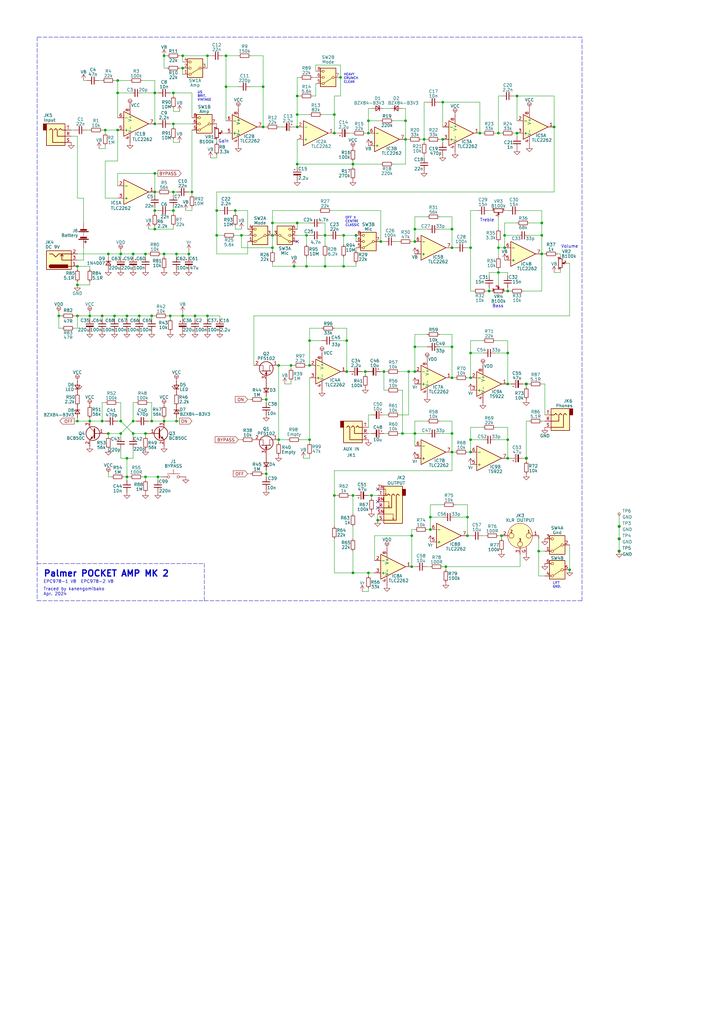
<source format=kicad_sch>
(kicad_sch (version 20231120) (generator "eeschema") (generator_version "8.0")
  (paper "A3" portrait)
  (junction (at 193.04 101.6))
  (junction (at 48.26 53.34))
  (junction (at 121.92 46.99))
  (junction (at 49.53 172.72))
  (junction (at 185.42 177.8))
  (junction (at 227.33 52.07))
  (junction (at 204.47 101.6))
  (junction (at 125.73 109.22))
  (junction (at 196.85 54.61))
  (junction (at 215.9 157.48))
  (junction (at 41.91 129.54))
  (junction (at 127 180.34))
  (junction (at 57.15 129.54))
  (junction (at 168.91 219.71))
  (junction (at 111.76 96.52))
  (junction (at 52.07 129.54))
  (junction (at 137.16 54.61))
  (junction (at 191.77 219.71))
  (junction (at 52.07 195.58))
  (junction (at 85.09 129.54))
  (junction (at 193.04 144.78))
  (junction (at 54.61 172.72))
  (junction (at 63.5 71.12))
  (junction (at 208.28 187.96))
  (junction (at 182.88 232.41))
  (junction (at 107.95 35.56))
  (junction (at 121.92 52.07))
  (junction (at 49.53 177.8))
  (junction (at 36.83 172.72))
  (junction (at 31.75 129.54))
  (junction (at 176.53 217.17))
  (junction (at 185.42 142.24))
  (junction (at 215.9 187.96))
  (junction (at 71.12 86.36))
  (junction (at 222.25 104.14))
  (junction (at 111.76 101.6))
  (junction (at 185.42 93.98))
  (junction (at 170.18 99.06))
  (junction (at 36.83 129.54))
  (junction (at 78.74 78.74))
  (junction (at 24.13 129.54))
  (junction (at 59.69 177.8))
  (junction (at 170.18 142.24))
  (junction (at 144.78 203.2))
  (junction (at 166.37 57.15))
  (junction (at 77.47 104.14))
  (junction (at 62.23 129.54))
  (junction (at 254 215.9))
  (junction (at 88.9 86.36))
  (junction (at 63.5 78.74))
  (junction (at 109.22 194.31))
  (junction (at 170.18 152.4))
  (junction (at 92.71 35.56))
  (junction (at 49.53 104.14))
  (junction (at 63.5 38.1))
  (junction (at 144.78 67.31))
  (junction (at 74.93 22.86))
  (junction (at 62.23 172.72))
  (junction (at 92.71 22.86))
  (junction (at 63.5 86.36))
  (junction (at 46.99 129.54))
  (junction (at 121.92 39.37))
  (junction (at 127 139.7))
  (junction (at 80.01 129.54))
  (junction (at 233.68 233.68))
  (junction (at 146.05 96.52))
  (junction (at 69.85 129.54))
  (junction (at 181.61 41.91))
  (junction (at 185.42 101.6))
  (junction (at 31.75 109.22))
  (junction (at 125.73 96.52))
  (junction (at 222.25 96.52))
  (junction (at 67.31 104.14))
  (junction (at 185.42 154.94))
  (junction (at 200.66 119.38))
  (junction (at 149.86 152.4))
  (junction (at 208.28 144.78))
  (junction (at 114.3 180.34))
  (junction (at 67.31 172.72))
  (junction (at 31.75 116.84))
  (junction (at 154.94 213.36))
  (junction (at 207.01 101.6))
  (junction (at 133.35 109.22))
  (junction (at 152.4 203.2))
  (junction (at 193.04 185.42))
  (junction (at 43.18 53.34))
  (junction (at 208.28 180.34))
  (junction (at 137.16 46.99))
  (junction (at 67.31 22.86))
  (junction (at 208.28 119.38))
  (junction (at 41.91 172.72))
  (junction (at 193.04 180.34))
  (junction (at 63.5 50.8))
  (junction (at 137.16 203.2))
  (junction (at 212.09 54.61))
  (junction (at 48.26 33.02))
  (junction (at 64.77 195.58))
  (junction (at 71.12 78.74))
  (junction (at 181.61 57.15))
  (junction (at 119.38 149.86))
  (junction (at 52.07 187.96))
  (junction (at 220.98 226.06))
  (junction (at 207.01 96.52))
  (junction (at 204.47 54.61))
  (junction (at 54.61 104.14))
  (junction (at 168.91 232.41))
  (junction (at 254 220.98))
  (junction (at 140.97 109.22))
  (junction (at 44.45 177.8))
  (junction (at 166.37 49.53))
  (junction (at 88.9 96.52))
  (junction (at 254 226.06))
  (junction (at 74.93 129.54))
  (junction (at 139.7 31.75))
  (junction (at 99.06 96.52))
  (junction (at 31.75 172.72))
  (junction (at 121.92 91.44))
  (junction (at 109.22 163.83))
  (junction (at 59.69 195.58))
  (junction (at 167.64 152.4))
  (junction (at 121.92 67.31))
  (junction (at 54.61 177.8))
  (junction (at 114.3 149.86))
  (junction (at 151.13 49.53))
  (junction (at 44.45 104.14))
  (junction (at 170.18 177.8))
  (junction (at 151.13 54.61))
  (junction (at 208.28 157.48))
  (junction (at 185.42 185.42))
  (junction (at 59.69 104.14))
  (junction (at 193.04 154.94))
  (junction (at 72.39 172.72))
  (junction (at 144.78 234.95))
  (junction (at 48.26 38.1))
  (junction (at 72.39 104.14))
  (junction (at 176.53 212.09))
  (junction (at 140.97 96.52))
  (junction (at 74.93 27.94))
  (junction (at 165.1 177.8))
  (junction (at 63.5 93.98))
  (junction (at 173.99 57.15))
  (junction (at 107.95 52.07))
  (junction (at 191.77 212.09))
  (junction (at 204.47 111.76))
  (junction (at 111.76 91.44))
  (junction (at 71.12 50.8))
  (junction (at 151.13 234.95))
  (junction (at 142.24 139.7))
  (junction (at 85.09 22.86))
  (junction (at 157.48 152.4))
  (junction (at 127 149.86))
  (junction (at 96.52 86.36))
  (junction (at 205.74 219.71))
  (junction (at 120.65 109.22))
  (junction (at 133.35 96.52))
  (junction (at 142.24 152.4))
  (junction (at 212.09 39.37))
  (junction (at 156.21 99.06))
  (junction (at 71.12 38.1))
  (junction (at 170.18 93.98))
  (junction (at 222.25 91.44))
  (no_connect (at 154.94 200.66))
  (no_connect (at 121.92 99.06))
  (no_connect (at 154.94 205.74))
  (no_connect (at 154.94 208.28))
  (wire (pts (xy 67.31 104.14) (xy 72.39 104.14)))
  (wire (pts (xy 129.54 29.21) (xy 129.54 26.67)))
  (wire (pts (xy 120.65 149.86) (xy 119.38 149.86)))
  (wire (pts (xy 153.67 229.87) (xy 153.67 219.71)))
  (wire (pts (xy 96.52 86.36) (xy 101.6 86.36)))
  (wire (pts (xy 140.97 96.52) (xy 140.97 100.33)))
  (wire (pts (xy 121.92 46.99) (xy 127 46.99)))
  (wire (pts (xy 58.42 38.1) (xy 63.5 38.1)))
  (wire (pts (xy 77.47 102.87) (xy 77.47 104.14)))
  (wire (pts (xy 36.83 115.57) (xy 36.83 116.84)))
  (wire (pts (xy 207.01 119.38) (xy 208.28 119.38)))
  (wire (pts (xy 144.78 220.98) (xy 144.78 215.9)))
  (wire (pts (xy 148.59 242.57) (xy 151.13 242.57)))
  (wire (pts (xy 72.39 172.72) (xy 72.39 171.45)))
  (wire (pts (xy 49.53 102.87) (xy 49.53 104.14)))
  (wire (pts (xy 137.16 220.98) (xy 137.16 234.95)))
  (wire (pts (xy 67.31 22.86) (xy 68.58 22.86)))
  (wire (pts (xy 80.01 129.54) (xy 85.09 129.54)))
  (wire (pts (xy 43.18 66.04) (xy 43.18 81.28)))
  (wire (pts (xy 208.28 144.78) (xy 208.28 157.48)))
  (wire (pts (xy 31.75 134.62) (xy 30.48 134.62)))
  (wire (pts (xy 180.34 177.8) (xy 185.42 177.8)))
  (wire (pts (xy 193.04 144.78) (xy 198.12 144.78)))
  (wire (pts (xy 132.08 46.99) (xy 137.16 46.99)))
  (wire (pts (xy 69.85 78.74) (xy 71.12 78.74)))
  (wire (pts (xy 67.31 22.86) (xy 67.31 27.94)))
  (wire (pts (xy 180.34 88.9) (xy 185.42 88.9)))
  (wire (pts (xy 114.3 52.07) (xy 115.57 52.07)))
  (wire (pts (xy 151.13 170.18) (xy 151.13 175.26)))
  (wire (pts (xy 163.83 99.06) (xy 162.56 99.06)))
  (wire (pts (xy 66.04 195.58) (xy 64.77 195.58)))
  (wire (pts (xy 29.21 55.88) (xy 31.75 55.88)))
  (wire (pts (xy 102.87 35.56) (xy 107.95 35.56)))
  (wire (pts (xy 168.91 217.17) (xy 170.18 217.17)))
  (wire (pts (xy 49.53 177.8) (xy 54.61 172.72)))
  (wire (pts (xy 144.78 226.06) (xy 144.78 234.95)))
  (wire (pts (xy 31.75 81.28) (xy 34.29 81.28)))
  (wire (pts (xy 185.42 88.9) (xy 185.42 93.98)))
  (wire (pts (xy 207.01 96.52) (xy 207.01 91.44)))
  (wire (pts (xy 62.23 129.54) (xy 57.15 129.54)))
  (wire (pts (xy 44.45 195.58) (xy 44.45 194.31)))
  (wire (pts (xy 220.98 226.06) (xy 220.98 236.22)))
  (wire (pts (xy 34.29 81.28) (xy 34.29 91.44)))
  (wire (pts (xy 96.52 93.98) (xy 96.52 92.71)))
  (wire (pts (xy 78.74 53.34) (xy 78.74 78.74)))
  (wire (pts (xy 163.83 160.02) (xy 165.1 160.02)))
  (wire (pts (xy 49.53 177.8) (xy 49.53 179.07)))
  (wire (pts (xy 208.28 119.38) (xy 209.55 119.38)))
  (wire (pts (xy 99.06 96.52) (xy 96.52 96.52)))
  (wire (pts (xy 109.22 194.31) (xy 109.22 195.58)))
  (wire (pts (xy 92.71 22.86) (xy 97.79 22.86)))
  (wire (pts (xy 111.76 101.6) (xy 111.76 102.87)))
  (wire (pts (xy 140.97 109.22) (xy 146.05 109.22)))
  (wire (pts (xy 71.12 92.71) (xy 71.12 93.98)))
  (wire (pts (xy 127 154.94) (xy 127 180.34)))
  (wire (pts (xy 63.5 71.12) (xy 64.77 71.12)))
  (wire (pts (xy 180.34 41.91) (xy 181.61 41.91)))
  (wire (pts (xy 121.92 39.37) (xy 121.92 46.99)))
  (wire (pts (xy 71.12 38.1) (xy 71.12 39.37)))
  (wire (pts (xy 198.12 139.7) (xy 193.04 139.7)))
  (wire (pts (xy 152.4 203.2) (xy 151.13 203.2)))
  (wire (pts (xy 213.36 86.36) (xy 222.25 86.36)))
  (wire (pts (xy 222.25 96.52) (xy 222.25 104.14)))
  (wire (pts (xy 118.11 180.34) (xy 114.3 180.34)))
  (wire (pts (xy 54.61 165.1) (xy 54.61 172.72)))
  (wire (pts (xy 91.44 96.52) (xy 88.9 96.52)))
  (wire (pts (xy 185.42 172.72) (xy 185.42 177.8)))
  (wire (pts (xy 203.2 175.26) (xy 208.28 175.26)))
  (wire (pts (xy 24.13 134.62) (xy 24.13 129.54)))
  (wire (pts (xy 127 186.69) (xy 127 187.96)))
  (wire (pts (xy 229.87 110.49) (xy 229.87 111.76)))
  (wire (pts (xy 43.18 53.34) (xy 43.18 54.61)))
  (wire (pts (xy 36.83 172.72) (xy 41.91 172.72)))
  (wire (pts (xy 170.18 172.72) (xy 175.26 172.72)))
  (wire (pts (xy 67.31 171.45) (xy 67.31 172.72)))
  (wire (pts (xy 52.07 195.58) (xy 53.34 195.58)))
  (wire (pts (xy 186.69 207.01) (xy 191.77 207.01)))
  (wire (pts (xy 36.83 109.22) (xy 36.83 110.49)))
  (wire (pts (xy 193.04 139.7) (xy 193.04 144.78)))
  (wire (pts (xy 193.04 144.78) (xy 193.04 154.94)))
  (wire (pts (xy 215.9 187.96) (xy 214.63 187.96)))
  (wire (pts (xy 76.2 86.36) (xy 78.74 86.36)))
  (wire (pts (xy 149.86 152.4) (xy 149.86 153.67)))
  (wire (pts (xy 86.36 64.77) (xy 88.9 64.77)))
  (wire (pts (xy 109.22 162.56) (xy 109.22 163.83)))
  (wire (pts (xy 233.68 223.52) (xy 233.68 233.68)))
  (wire (pts (xy 204.47 88.9) (xy 204.47 93.98)))
  (wire (pts (xy 161.29 49.53) (xy 166.37 49.53)))
  (wire (pts (xy 151.13 234.95) (xy 153.67 234.95)))
  (wire (pts (xy 43.18 59.69) (xy 43.18 60.96)))
  (wire (pts (xy 133.35 109.22) (xy 140.97 109.22)))
  (wire (pts (xy 193.04 86.36) (xy 193.04 101.6)))
  (wire (pts (xy 127 139.7) (xy 127 149.86)))
  (wire (pts (xy 208.28 139.7) (xy 208.28 144.78)))
  (wire (pts (xy 203.2 144.78) (xy 208.28 144.78)))
  (wire (pts (xy 196.85 41.91) (xy 196.85 54.61)))
  (wire (pts (xy 49.53 165.1) (xy 49.53 172.72)))
  (wire (pts (xy 73.66 58.42) (xy 71.12 58.42)))
  (wire (pts (xy 144.78 66.04) (xy 144.78 67.31)))
  (wire (pts (xy 191.77 207.01) (xy 191.77 212.09)))
  (wire (pts (xy 176.53 212.09) (xy 176.53 217.17)))
  (polyline (pts (xy 238.76 15.24) (xy 15.24 15.24)) (stroke (width 0) (type dash)))
  (wire (pts (xy 170.18 172.72) (xy 170.18 177.8)))
  (wire (pts (xy 41.91 53.34) (xy 43.18 53.34)))
  (wire (pts (xy 85.09 129.54) (xy 85.09 130.81)))
  (wire (pts (xy 63.5 78.74) (xy 63.5 80.01)))
  (wire (pts (xy 173.99 41.91) (xy 173.99 57.15)))
  (wire (pts (xy 49.53 187.96) (xy 49.53 184.15)))
  (wire (pts (xy 71.12 50.8) (xy 78.74 50.8)))
  (wire (pts (xy 71.12 78.74) (xy 72.39 78.74)))
  (wire (pts (xy 143.51 152.4) (xy 142.24 152.4)))
  (wire (pts (xy 204.47 54.61) (xy 205.74 54.61)))
  (wire (pts (xy 46.99 129.54) (xy 41.91 129.54)))
  (wire (pts (xy 204.47 111.76) (xy 208.28 111.76)))
  (wire (pts (xy 44.45 177.8) (xy 49.53 177.8)))
  (wire (pts (xy 220.98 226.06) (xy 223.52 226.06)))
  (wire (pts (xy 88.9 86.36) (xy 90.17 86.36)))
  (wire (pts (xy 133.35 96.52) (xy 134.62 96.52)))
  (wire (pts (xy 101.6 96.52) (xy 99.06 96.52)))
  (wire (pts (xy 72.39 104.14) (xy 77.47 104.14)))
  (wire (pts (xy 69.85 86.36) (xy 71.12 86.36)))
  (wire (pts (xy 71.12 57.15) (xy 71.12 58.42)))
  (wire (pts (xy 208.28 180.34) (xy 208.28 187.96)))
  (wire (pts (xy 144.78 234.95) (xy 151.13 234.95)))
  (wire (pts (xy 44.45 104.14) (xy 49.53 104.14)))
  (wire (pts (xy 30.48 172.72) (xy 31.75 172.72)))
  (wire (pts (xy 142.24 134.62) (xy 142.24 139.7)))
  (wire (pts (xy 204.47 101.6) (xy 204.47 105.41)))
  (wire (pts (xy 203.2 180.34) (xy 208.28 180.34)))
  (wire (pts (xy 222.25 104.14) (xy 222.25 119.38)))
  (wire (pts (xy 63.5 86.36) (xy 63.5 87.63)))
  (wire (pts (xy 36.83 171.45) (xy 36.83 172.72)))
  (wire (pts (xy 207.01 86.36) (xy 208.28 86.36)))
  (wire (pts (xy 71.12 85.09) (xy 71.12 86.36)))
  (wire (pts (xy 107.95 52.07) (xy 109.22 52.07)))
  (wire (pts (xy 78.74 78.74) (xy 77.47 78.74)))
  (wire (pts (xy 53.34 33.02) (xy 48.26 33.02)))
  (wire (pts (xy 60.96 93.98) (xy 63.5 93.98)))
  (wire (pts (xy 63.5 78.74) (xy 63.5 71.12)))
  (wire (pts (xy 74.93 129.54) (xy 80.01 129.54)))
  (wire (pts (xy 91.44 22.86) (xy 92.71 22.86)))
  (wire (pts (xy 170.18 142.24) (xy 170.18 152.4)))
  (wire (pts (xy 49.53 104.14) (xy 49.53 105.41)))
  (wire (pts (xy 73.66 27.94) (xy 74.93 27.94)))
  (wire (pts (xy 92.71 35.56) (xy 97.79 35.56)))
  (wire (pts (xy 74.93 27.94) (xy 74.93 30.48)))
  (wire (pts (xy 232.41 107.95) (xy 233.68 107.95)))
  (wire (pts (xy 97.79 180.34) (xy 99.06 180.34)))
  (wire (pts (xy 193.04 86.36) (xy 195.58 86.36)))
  (wire (pts (xy 107.95 35.56) (xy 107.95 52.07)))
  (wire (pts (xy 180.34 137.16) (xy 185.42 137.16)))
  (wire (pts (xy 133.35 96.52) (xy 133.35 100.33)))
  (wire (pts (xy 85.09 129.54) (xy 90.17 129.54)))
  (wire (pts (xy 101.6 163.83) (xy 102.87 163.83)))
  (wire (pts (xy 107.95 163.83) (xy 109.22 163.83)))
  (wire (pts (xy 121.92 93.98) (xy 121.92 91.44)))
  (wire (pts (xy 62.23 165.1) (xy 62.23 172.72)))
  (wire (pts (xy 222.25 86.36) (xy 222.25 91.44)))
  (wire (pts (xy 139.7 96.52) (xy 140.97 96.52)))
  (wire (pts (xy 121.92 31.75) (xy 123.19 31.75)))
  (wire (pts (xy 193.04 175.26) (xy 193.04 180.34)))
  (wire (pts (xy 217.17 91.44) (xy 222.25 91.44)))
  (wire (pts (xy 31.75 115.57) (xy 31.75 116.84)))
  (wire (pts (xy 49.53 104.14) (xy 54.61 104.14)))
  (wire (pts (xy 212.09 54.61) (xy 210.82 54.61)))
  (wire (pts (xy 140.97 105.41) (xy 140.97 109.22)))
  (wire (pts (xy 222.25 172.72) (xy 223.52 172.72)))
  (wire (pts (xy 62.23 165.1) (xy 60.96 165.1)))
  (wire (pts (xy 170.18 177.8) (xy 170.18 182.88)))
  (wire (pts (xy 175.26 137.16) (xy 170.18 137.16)))
  (wire (pts (xy 74.93 25.4) (xy 74.93 22.86)))
  (wire (pts (xy 107.95 194.31) (xy 109.22 194.31)))
  (wire (pts (xy 212.09 39.37) (xy 227.33 39.37)))
  (wire (pts (xy 200.66 118.11) (xy 200.66 119.38)))
  (wire (pts (xy 111.76 96.52) (xy 111.76 101.6)))
  (wire (pts (xy 137.16 46.99) (xy 137.16 54.61)))
  (wire (pts (xy 120.65 109.22) (xy 125.73 109.22)))
  (wire (pts (xy 78.74 85.09) (xy 78.74 86.36)))
  (wire (pts (xy 152.4 203.2) (xy 152.4 204.47)))
  (wire (pts (xy 88.9 64.77) (xy 88.9 63.5)))
  (wire (pts (xy 121.92 39.37) (xy 123.19 39.37)))
  (wire (pts (xy 213.36 232.41) (xy 213.36 227.33)))
  (wire (pts (xy 92.71 22.86) (xy 92.71 35.56)))
  (wire (pts (xy 222.25 104.14) (xy 223.52 104.14)))
  (wire (pts (xy 151.13 49.53) (xy 151.13 54.61)))
  (wire (pts (xy 88.9 78.74) (xy 227.33 78.74)))
  (wire (pts (xy 180.34 57.15) (xy 181.61 57.15)))
  (wire (pts (xy 204.47 99.06) (xy 204.47 101.6)))
  (wire (pts (xy 204.47 101.6) (xy 207.01 101.6)))
  (wire (pts (xy 111.76 109.22) (xy 120.65 109.22)))
  (wire (pts (xy 153.67 219.71) (xy 168.91 219.71)))
  (wire (pts (xy 101.6 104.14) (xy 101.6 99.06)))
  (wire (pts (xy 121.92 67.31) (xy 121.92 68.58)))
  (wire (pts (xy 181.61 232.41) (xy 182.88 232.41)))
  (wire (pts (xy 34.29 101.6) (xy 34.29 106.68)))
  (wire (pts (xy 166.37 49.53) (xy 166.37 57.15)))
  (wire (pts (xy 137.16 193.04) (xy 185.42 193.04)))
  (wire (pts (xy 34.29 106.68) (xy 31.75 106.68)))
  (wire (pts (xy 63.5 50.8) (xy 64.77 50.8)))
  (wire (pts (xy 72.39 104.14) (xy 72.39 105.41)))
  (wire (pts (xy 139.7 26.67) (xy 139.7 31.75)))
  (wire (pts (xy 125.73 109.22) (xy 133.35 109.22)))
  (wire (pts (xy 41.91 172.72) (xy 43.18 172.72)))
  (wire (pts (xy 199.39 119.38) (xy 200.66 119.38)))
  (wire (pts (xy 91.44 54.61) (xy 92.71 54.61)))
  (wire (pts (xy 228.6 104.14) (xy 229.87 104.14)))
  (wire (pts (xy 67.31 104.14) (xy 67.31 105.41)))
  (wire (pts (xy 181.61 212.09) (xy 176.53 212.09)))
  (wire (pts (xy 88.9 50.8) (xy 88.9 52.07)))
  (wire (pts (xy 170.18 93.98) (xy 170.18 88.9)))
  (wire (pts (xy 46.99 33.02) (xy 48.26 33.02)))
  (wire (pts (xy 125.73 96.52) (xy 125.73 100.33)))
  (wire (pts (xy 191.77 219.71) (xy 191.77 212.09)))
  (wire (pts (xy 127 134.62) (xy 127 139.7)))
  (wire (pts (xy 157.48 177.8) (xy 158.75 177.8)))
  (wire (pts (xy 152.4 203.2) (xy 154.94 203.2)))
  (wire (pts (xy 63.5 33.02) (xy 63.5 38.1)))
  (wire (pts (xy 220.98 220.98) (xy 220.98 226.06)))
  (wire (pts (xy 49.53 172.72) (xy 54.61 177.8)))
  (wire (pts (xy 191.77 185.42) (xy 193.04 185.42)))
  (wire (pts (xy 44.45 179.07) (xy 44.45 177.8)))
  (wire (pts (xy 215.9 187.96) (xy 215.9 189.23)))
  (wire (pts (xy 54.61 165.1) (xy 55.88 165.1)))
  (wire (pts (xy 36.83 129.54) (xy 36.83 130.81)))
  (wire (pts (xy 121.92 52.07) (xy 120.65 52.07)))
  (wire (pts (xy 57.15 129.54) (xy 57.15 130.81)))
  (wire (pts (xy 52.07 129.54) (xy 57.15 129.54)))
  (wire (pts (xy 99.06 96.52) (xy 99.06 101.6)))
  (wire (pts (xy 30.48 129.54) (xy 31.75 129.54)))
  (wire (pts (xy 72.39 172.72) (xy 73.66 172.72)))
  (wire (pts (xy 52.07 196.85) (xy 52.07 195.58)))
  (wire (pts (xy 210.82 39.37) (xy 212.09 39.37)))
  (wire (pts (xy 254 210.82) (xy 254 215.9)))
  (wire (pts (xy 121.92 91.44) (xy 111.76 91.44)))
  (wire (pts (xy 121.92 46.99) (xy 121.92 52.07)))
  (wire (pts (xy 133.35 109.22) (xy 133.35 105.41)))
  (wire (pts (xy 96.52 86.36) (xy 96.52 87.63)))
  (wire (pts (xy 48.26 76.2) (xy 48.26 71.12)))
  (wire (pts (xy 63.5 78.74) (xy 64.77 78.74)))
  (wire (pts (xy 175.26 57.15) (xy 173.99 57.15)))
  (wire (pts (xy 54.61 172.72) (xy 55.88 172.72)))
  (wire (pts (xy 191.77 219.71) (xy 193.04 219.71)))
  (wire (pts (xy 54.61 179.07) (xy 54.61 177.8)))
  (wire (pts (xy 40.64 60.96) (xy 43.18 60.96)))
  (wire (pts (xy 132.08 96.52) (xy 133.35 96.52)))
  (wire (pts (xy 58.42 195.58) (xy 59.69 195.58)))
  (wire (pts (xy 43.18 81.28) (xy 48.26 81.28)))
  (wire (pts (xy 73.66 22.86) (xy 74.93 22.86)))
  (wire (pts (xy 71.12 44.45) (xy 71.12 45.72)))
  (wire (pts (xy 109.22 193.04) (xy 109.22 194.31)))
  (wire (pts (xy 102.87 22.86) (xy 107.95 22.86)))
  (wire (pts (xy 207.01 101.6) (xy 207.01 96.52)))
  (wire (pts (xy 217.17 96.52) (xy 222.25 96.52)))
  (polyline (pts (xy 15.24 231.14) (xy 83.82 231.14)) (stroke (width 0) (type dash)))
  (wire (pts (xy 60.96 172.72) (xy 62.23 172.72)))
  (wire (pts (xy 204.47 111.76) (xy 204.47 116.84)))
  (wire (pts (xy 222.25 157.48) (xy 223.52 157.48)))
  (wire (pts (xy 167.64 152.4) (xy 170.18 152.4)))
  (wire (pts (xy 193.04 101.6) (xy 193.04 119.38)))
  (wire (pts (xy 200.66 86.36) (xy 201.93 86.36)))
  (wire (pts (xy 125.73 105.41) (xy 125.73 109.22)))
  (wire (pts (xy 127 181.61) (xy 127 180.34)))
  (wire (pts (xy 71.12 86.36) (xy 71.12 87.63)))
  (polyline (pts (xy 238.76 246.38) (xy 238.76 15.24)) (stroke (width 0) (type dash)))
  (wire (pts (xy 168.91 217.17) (xy 168.91 219.71)))
  (wire (pts (xy 157.48 152.4) (xy 157.48 160.02)))
  (wire (pts (xy 114.3 149.86) (xy 114.3 180.34)))
  (wire (pts (xy 144.78 67.31) (xy 156.21 67.31)))
  (wire (pts (xy 176.53 207.01) (xy 176.53 212.09)))
  (wire (pts (xy 198.12 219.71) (xy 199.39 219.71)))
  (wire (pts (xy 58.42 33.02) (xy 63.5 33.02)))
  (wire (pts (xy 137.16 134.62) (xy 142.24 134.62)))
  (wire (pts (xy 88.9 58.42) (xy 88.9 57.15)))
  (wire (pts (xy 48.26 71.12) (xy 63.5 71.12)))
  (wire (pts (xy 111.76 86.36) (xy 111.76 91.44)))
  (wire (pts (xy 78.74 78.74) (xy 78.74 80.01)))
  (wire (pts (xy 129.54 34.29) (xy 129.54 39.37)))
  (wire (pts (xy 31.75 109.22) (xy 31.75 110.49)))
  (wire (pts (xy 214.63 157.48) (xy 215.9 157.48)))
  (wire (pts (xy 109.22 163.83) (xy 109.22 165.1)))
  (wire (pts (xy 59.69 177.8) (xy 59.69 179.07)))
  (wire (pts (xy 31.75 172.72) (xy 36.83 172.72)))
  (wire (pts (xy 119.38 156.21) (xy 119.38 157.48)))
  (wire (pts (xy 156.21 86.36) (xy 156.21 99.06)))
  (wire (pts (xy 111.76 107.95) (xy 111.76 109.22)))
  (wire (pts (xy 59.69 104.14) (xy 60.96 104.14)))
  (wire (pts (xy 54.61 177.8) (xy 59.69 177.8)))
  (wire (pts (xy 156.21 99.06) (xy 157.48 99.06)))
  (wire (pts (xy 185.42 101.6) (xy 186.69 101.6)))
  (wire (pts (xy 41.91 165.1) (xy 41.91 172.72)))
  (wire (pts (xy 52.07 195.58) (xy 52.07 187.96)))
  (wire (pts (xy 63.5 129.54) (xy 62.23 129.54)))
  (wire (pts (xy 203.2 139.7) (xy 208.28 139.7)))
  (wire (pts (xy 170.18 93.98) (xy 175.26 93.98)))
  (wire (pts (xy 64.77 195.58) (xy 64.77 196.85)))
  (wire (pts (xy 165.1 177.8) (xy 170.18 177.8)))
  (wire (pts (xy 208.28 175.26) (xy 208.28 180.34)))
  (wire (pts (xy 137.16 234.95) (xy 144.78 234.95)))
  (wire (pts (xy 165.1 160.02) (xy 165.1 177.8)))
  (wire (pts (xy 208.28 111.76) (xy 208.28 113.03)))
  (wire (pts (xy 222.25 91.44) (xy 222.25 96.52)))
  (wire (pts (xy 67.31 172.72) (xy 72.39 172.72)))
  (wire (pts (xy 151.13 234.95) (xy 151.13 236.22)))
  (wire (pts (xy 146.05 96.52) (xy 146.05 99.06)))
  (wire (pts (xy 129.54 26.67) (xy 139.7 26.67)))
  (wire (pts (xy 121.92 67.31) (xy 121.92 57.15)))
  (wire (pts (xy 163.83 152.4) (xy 167.64 152.4)))
  (wire (pts (xy 33.02 129.54) (xy 36.83 129.54)))
  (wire (pts (xy 129.54 39.37) (xy 128.27 39.37)))
  (wire (pts (xy 41.91 165.1) (xy 43.18 165.1)))
  (wire (pts (xy 31.75 109.22) (xy 36.83 109.22)))
  (wire (pts (xy 193.04 101.6) (xy 191.77 101.6)))
  (wire (pts (xy 49.53 165.1) (xy 48.26 165.1)))
  (wire (pts (xy 78.74 38.1) (xy 78.74 48.26)))
  (wire (pts (xy 66.04 104.14) (xy 67.31 104.14)))
  (wire (pts (xy 154.94 210.82) (xy 154.94 213.36)))
  (wire (pts (xy 157.48 44.45) (xy 160.02 44.45)))
  (wire (pts (xy 170.18 137.16) (xy 170.18 142.24)))
  (wire (pts (xy 200.66 111.76) (xy 204.47 111.76)))
  (wire (pts (xy 88.9 86.36) (xy 88.9 96.52)))
  (wire (pts (xy 193.04 175.26) (xy 198.12 175.26)))
  (wire (pts (xy 233.68 107.95) (xy 233.68 129.54)))
  (wire (pts (xy 227.33 111.76) (xy 229.87 111.76)))
  (wire (pts (xy 175.26 142.24) (xy 170.18 142.24)))
  (wire (pts (xy 74.93 22.86) (xy 85.09 22.86)))
  (wire (pts (xy 123.19 180.34) (xy 127 180.34)))
  (wire (pts (xy 176.53 232.41) (xy 175.26 232.41)))
  (wire (pts (xy 151.13 44.45) (xy 152.4 44.45)))
  (wire (pts (xy 185.42 193.04) (xy 185.42 185.42)))
  (wire (pts (xy 24.13 128.27) (xy 24.13 129.54)))
  (wire (pts (xy 157.48 160.02) (xy 158.75 160.02)))
  (wire (pts (xy 85.09 22.86) (xy 86.36 22.86)))
  (wire (pts (xy 148.59 152.4) (xy 149.86 152.4)))
  (wire (pts (xy 34.29 33.02) (xy 35.56 33.02)))
  (wire (pts (xy 71.12 38.1) (xy 78.74 38.1)))
  (wire (pts (xy 200.66 119.38) (xy 201.93 119.38)))
  (wire (pts (xy 63.5 86.36) (xy 64.77 86.36)))
  (wire (pts (xy 40.64 33.02) (xy 41.91 33.02)))
  (wire (pts (xy 52.07 187.96) (xy 54.61 187.96)))
  (wire (pts (xy 71.12 78.74) (xy 71.12 80.01)))
  (wire (pts (xy 53.34 38.1) (xy 48.26 38.1)))
  (wire (pts (xy 62.23 172.72) (xy 67.31 172.72)))
  (wire (pts (xy 151.13 241.3) (xy 151.13 242.57)))
  (wire (pts (xy 208.28 157.48) (xy 209.55 157.48)))
  (wire (pts (xy 116.84 157.48) (xy 119.38 157.48)))
  (wire (pts (xy 198.12 180.34) (xy 193.04 180.34)))
  (wire (pts (xy 207.01 91.44) (xy 212.09 91.44)))
  (wire (pts (xy 50.8 195.58) (xy 52.07 195.58)))
  (wire (pts (xy 170.18 99.06) (xy 170.18 93.98)))
  (wire (pts (xy 69.85 129.54) (xy 74.93 129.54)))
  (wire (pts (xy 64.77 195.58) (xy 59.69 195.58)))
  (wire (pts (xy 31.75 171.45) (xy 31.75 172.72)))
  (wire (pts (xy 133.35 91.44) (xy 133.35 96.52)))
  (wire (pts (xy 101.6 194.31) (xy 102.87 194.31)))
  (wire (pts (xy 127 96.52) (xy 125.73 96.52)))
  (wire (pts (xy 121.92 67.31) (xy 144.78 67.31)))
  (wire (pts (xy 175.26 217.17) (xy 176.53 217.17)))
  (wire (pts (xy 149.86 54.61) (xy 151.13 54.61)))
  (wire (pts (xy 215.9 172.72) (xy 215.9 187.96)))
  (wire (pts (xy 181.61 57.15) (xy 181.61 58.42)))
  (wire (pts (xy 46.99 129.54) (xy 52.07 129.54)))
  (wire (pts (xy 152.4 170.18) (xy 151.13 170.18)))
  (wire (pts (xy 133.35 91.44) (xy 132.08 91.44)))
  (wire (pts (xy 48.26 66.04) (xy 43.18 66.04)))
  (wire (pts (xy 163.83 170.18) (xy 167.64 170.18)))
  (wire (pts (xy 185.42 142.24) (xy 185.42 154.94)))
  (wire (pts (xy 142.24 139.7) (xy 142.24 152.4)))
  (wire (pts (xy 25.4 129.54) (xy 24.13 129.54)))
  (wire (pts (xy 146.05 96.52) (xy 140.97 96.52)))
  (wire (pts (xy 137.16 139.7) (xy 142.24 139.7)))
  (wire (pts (xy 101.6 86.36) (xy 101.6 93.98)))
  (wire (pts (xy 43.18 53.34) (xy 48.26 53.34)))
  (wire (pts (xy 204.47 39.37) (xy 204.47 54.61)))
  (wire (pts (xy 71.12 45.72) (xy 73.66 45.72)))
  (wire (pts (xy 204.47 39.37) (xy 205.74 39.37)))
  (wire (pts (xy 104.14 129.54) (xy 104.14 149.86)))
  (wire (pts (xy 170.18 88.9) (xy 175.26 88.9)))
  (wire (pts (xy 48.26 172.72) (xy 49.53 172.72)))
  (wire (pts (xy 88.9 96.52) (xy 88.9 104.14)))
  (wire (pts (xy 166.37 57.15) (xy 167.64 57.15)))
  (wire (pts (xy 137.16 203.2) (xy 137.16 215.9)))
  (wire (pts (xy 63.5 38.1) (xy 64.77 38.1)))
  (wire (pts (xy 208.28 118.11) (xy 208.28 119.38)))
  (wire (pts (xy 220.98 236.22) (xy 223.52 236.22)))
  (wire (pts (xy 74.93 128.27) (xy 74.93 129.54)))
  (wire (pts (xy 152.4 177.8) (xy 151.13 177.8)))
  (wire (pts (xy 194.31 119.38) (xy 193.04 119.38)))
  (wire (pts (xy 203.2 54.61) (xy 204.47 54.61)))
  (wire (pts (xy 208.28 187.96) (xy 209.55 187.96)))
  (wire (pts (xy 173.99 57.15) (xy 173.99 58.42)))
  (wire (pts (xy 63.5 38.1) (xy 63.5 50.8)))
  (wire (pts (xy 191.77 154.94) (xy 193.04 154.94)))
  (wire (pts (xy 181.61 41.91) (xy 196.85 41.91)))
  (wire (pts (xy 49.53 187.96) (xy 52.07 187.96)))
  (wire (pts (xy 69.85 129.54) (xy 69.85 130.81)))
  (wire (pts (xy 168.91 219.71) (xy 168.91 232.41)))
  (wire (pts (xy 196.85 54.61) (xy 198.12 54.61)))
  (wire (pts (xy 54.61 184.15) (xy 54.61 187.96)))
  (wire (pts (xy 132.08 134.62) (xy 127 134.62)))
  (wire (pts (xy 59.69 195.58) (xy 59.69 196.85)))
  (wire (pts (xy 193.04 180.34) (xy 193.04 185.42)))
  (wire (pts (xy 31.75 55.88) (xy 31.75 81.28)))
  (wire (pts (xy 180.34 142.24) (xy 185.42 142.24)))
  (wire (pts (xy 63.5 93.98) (xy 71.12 93.98)))
  (wire (pts (xy 156.21 152.4) (xy 157.48 152.4)))
  (wire (pts (xy 146.05 107.95) (xy 146.05 109.22)))
  (wire (pts (xy 52.07 129.54) (xy 52.07 130.81)))
  (wire (pts (xy 48.26 33.02) (xy 48.26 38.1)))
  (wire (pts (xy 36.83 128.27) (xy 36.83 129.54)))
  (wire (pts (xy 151.13 44.45) (xy 151.13 49.53)))
  (wire (pts (xy 165.1 177.8) (xy 163.83 177.8)))
  (wire (pts (xy 175.26 177.8) (xy 170.18 177.8)))
  (wire (pts (xy 205.74 219.71) (xy 205.74 220.98)))
  (wire (pts (xy 36.83 53.34) (xy 35.56 53.34)))
  (wire (pts (xy 185.42 154.94) (xy 186.69 154.94)))
  (wire (pts (xy 151.13 49.53) (xy 156.21 49.53)))
  (wire (pts (xy 182.88 232.41) (xy 213.36 232.41)))
  (wire (pts (xy 181.61 207.01) (xy 176.53 207.01)))
  (wire (pts (xy 185.42 93.98) (xy 185.42 101.6)))
  (polyline (pts (xy 15.24 15.24) (xy 15.24 246.38)) (stroke (width 0) (type dash)))
  (wire (pts (xy 185.42 185.42) (xy 186.69 185.42)))
  (wire (pts (xy 139.7 31.75) (xy 139.7 39.37)))
  (wire (pts (xy 77.47 104.14) (xy 77.47 105.41)))
  (wire (pts (xy 124.46 187.96) (xy 127 187.96)))
  (wire (pts (xy 217.17 172.72) (xy 215.9 172.72)))
  (wire (pts (xy 68.58 129.54) (xy 69.85 129.54)))
  (wire (pts (xy 44.45 104.14) (xy 44.45 105.41)))
  (wire (pts (xy 129.54 31.75) (xy 128.27 31.75)))
  (wire (pts (xy 223.52 170.18) (xy 223.52 157.48)))
  (wire (pts (xy 127 91.44) (xy 121.92 91.44)))
  (wire (pts (xy 119.38 149.86) (xy 119.38 151.13)))
  (wire (pts (xy 46.99 129.54) (xy 46.99 130.81)))
  (wire (pts (xy 69.85 38.1) (xy 71.12 38.1)))
  (wire (pts (xy 96.52 93.98) (xy 99.06 93.98)))
  (wire (pts (xy 31.75 104.14) (xy 44.45 104.14)))
  (wire (pts (xy 143.51 54.61) (xy 144.78 54.61)))
  (wire (pts (xy 168.91 232.41) (xy 170.18 232.41)))
  (wire (pts (xy 59.69 104.14) (xy 59.69 105.41)))
  (wire (pts (xy 111.76 101.6) (xy 99.06 101.6)))
  (wire (pts (xy 182.88 232.41) (xy 182.88 233.68)))
  (wire (pts (xy 36.83 116.84) (xy 31.75 116.84)))
  (wire (pts (xy 144.78 203.2) (xy 144.78 210.82)))
  (wire (pts (xy 215.9 157.48) (xy 215.9 158.75)))
  (wire (pts (xy 41.91 129.54) (xy 36.83 129.54)))
  (wire (pts (xy 137.16 193.04) (xy 137.16 203.2)))
  (wire (pts (xy 212.09 39.37) (xy 212.09 49.53)))
  (wire (pts (xy 67.31 27.94) (xy 68.58 27.94)))
  (wire (pts (xy 132.08 139.7) (xy 127 139.7)))
  (wire (pts (xy 125.73 149.86) (xy 127 149.86)))
  (wire (pts (xy 144.78 67.31) (xy 144.78 68.58)))
  (wire (pts (xy 90.17 129.54) (xy 90.17 130.81)))
  (wire (pts (xy 165.1 44.45) (xy 166.37 44.45)))
  (wire (pts (xy 207.01 96.52) (xy 212.09 96.52)))
  (polyline (pts (xy 15.24 246.38) (xy 238.76 246.38)) (stroke (width 0) (type dash)))
  (wire (pts (xy 158.75 170.18) (xy 157.48 170.18)))
  (wire (pts (xy 227.33 52.07) (xy 227.33 78.74)))
  (wire (pts (xy 74.93 129.54) (xy 74.93 130.81)))
  (wire (pts (xy 137.16 203.2) (xy 138.43 203.2)))
  (wire (pts (xy 139.7 39.37) (xy 137.16 39.37)))
  (wire (pts (xy 96.52 86.36) (xy 95.25 86.36)))
  (wire (pts (xy 137.16 54.61) (xy 138.43 54.61)))
  (wire (pts (xy 71.12 50.8) (xy 71.12 52.07)))
  (wire (pts (xy 54.61 104.14) (xy 54.61 105.41)))
  (wire (pts (xy 175.26 41.91) (xy 173.99 41.91)))
  (wire (pts (xy 191.77 212.09) (xy 186.69 212.09)))
  (wire (pts (xy 62.23 129.54) (xy 62.23 130.81)))
  (wire (pts (xy 181.61 52.07) (xy 181.61 41.91)))
  (wire (pts (xy 172.72 57.15) (xy 173.99 57.15)))
  (wire (pts (xy 143.51 203.2) (xy 144.78 203.2)))
  (wire (pts (xy 166.37 44.45) (xy 166.37 49.53)))
  (wire (pts (xy 227.33 39.37) (xy 227.33 52.07)))
  (wire (pts (xy 29.21 53.34) (xy 30.48 53.34)))
  (wire (pts (xy 88.9 104.14) (xy 101.6 104.14)))
  (wire (pts (xy 63.5 92.71) (xy 63.5 93.98)))
  (wire (pts (xy 121.92 31.75) (xy 121.92 39.37)))
  (wire (pts (xy 254 215.9) (xy 254 220.98)))
  (wire (pts (xy 92.71 35.56) (xy 92.71 49.53)))
  (wire (pts (xy 137.16 39.37) (xy 137.16 46.99)))
  (wire (pts (xy 104.14 129.54) (xy 233.68 129.54)))
  (wire (pts (xy 111.76 86.36) (xy 130.81 86.36)))
  (wire (pts (xy 107.95 22.86) (xy 107.95 35.56)))
  (wire (pts (xy 88.9 78.74) (xy 88.9 86.36)))
  (wire (pts (xy 168.91 99.06) (xy 170.18 99.06)))
  (wire (pts (xy 125.73 96.52) (xy 121.92 96.52)))
  (wire (pts (xy 200.66 111.76) (xy 200.66 113.03)))
  (wire (pts (xy 180.34 93.98) (xy 185.42 93.98)))
  (wire (pts (xy 25.4 134.62) (xy 24.13 134.62)))
  (wire (pts (xy 69.85 50.8) (xy 71.12 50.8)))
  (wire (pts (xy 214.63 119.38) (xy 222.25 119.38)))
  (wire (pts (xy 48.26 38.1) (xy 48.26 48.26)))
  (wire (pts (xy 54.61 104.14) (xy 59.69 104.14)))
  (wire (pts (xy 114.3 149.86) (xy 119.38 149.86)))
  (wire (pts (xy 185.42 137.16) (xy 185.42 142.24)))
  (wire (pts (xy 180.34 172.72) (xy 185.42 172.72)))
  (wire (pts (xy 146.05 203.2) (xy 144.78 203.2)))
  (wire (pts (xy 114.3 180.34) (xy 114.3 181.61)))
  (wire (pts (xy 80.01 129.54) (xy 80.01 130.81)))
  (wire (pts (xy 212.09 55.88) (xy 212.09 54.61)))
  (wire (pts (xy 85.09 22.86) (xy 85.09 27.94)))
  (wire (pts (xy 215.9 157.48) (xy 217.17 157.48)))
  (wire (pts (xy 254 220.98) (xy 254 226.06)))
  (wire (pts (xy 157.48 152.4) (xy 158.75 152.4)))
  (wire (pts (xy 204.47 219.71) (xy 205.74 219.71)))
  (wire (pts (xy 45.72 195.58) (xy 44.45 195.58)))
  (wire (pts (xy 166.37 57.15) (xy 166.37 67.31)))
  (wire (pts (xy 204.47 110.49) (xy 204.47 111.76)))
  (wire (pts (xy 63.5 85.09) (xy 63.5 86.36)))
  (wire (pts (xy 173.99 64.77) (xy 173.99 63.5)))
  (wire (pts (xy 135.89 86.36) (xy 156.21 86.36)))
  (wire (pts (xy 41.91 129.54) (xy 41.91 130.81)))
  (wire (pts (xy 161.29 67.31) (xy 166.37 67.31)))
  (wire (pts (xy 31.75 129.54) (xy 31.75 134.62)))
  (wire (pts (xy 185.42 177.8) (xy 185.42 185.42)))
  (wire (pts (xy 111.76 91.44) (xy 111.76 96.52)))
  (wire (pts (xy 229.87 104.14) (xy 229.87 105.41)))
  (wire (pts (xy 146.05 102.87) (xy 146.05 101.6)))
  (wire (pts (xy 167.64 170.18) (xy 167.64 152.4)))
  (wire (pts (xy 48.26 53.34) (xy 48.26 66.04)))
  (polyline (pts (xy 83.82 246.38) (xy 83.82 231.14)) (stroke (width 0) (type dash)))
  (text "Treble" (at 196.85 91.1225 0) (effects (font (size 1.27 1.27)) (justify left bottom)))
  (text "Bass" (at 201.93 126.365 0) (effects (font (size 1.27 1.27)) (justify left bottom)))
  (text "Palmer POCKET AMP MK 2" (at 17.78 236.855 0) (effects (font (size 2.54 2.54) (thickness 0.508) (bold yes)) (justify left bottom)))
  (text "EPC978-1 V8  EPC978-2 V8" (at 17.78 239.395 0) (effects (font (size 1.27 1.27)) (justify left bottom)))
  (text "US\nBRIT.\nVINTAGE" (at 80.9625 41.5925 0) (effects (font (size 0.9525 0.9525)) (justify left bottom)))
  (text "LIFT\nGND." (at 226.695 241.3 0) (effects (font (size 0.9525 0.9525)) (justify left bottom)))
  (text "Volume" (at 230.1875 101.9175 0) (effects (font (size 1.27 1.27)) (justify left bottom)))
  (text "Traced by kanengomibako\nApr. 2024" (at 17.78 244.475 0) (effects (font (size 1.27 1.27)) (justify left bottom)))
  (text "HEAVY\nCRUNCH\nCLEAN" (at 140.97 34.29 0) (effects (font (size 0.9525 0.9525)) (justify left bottom)))
  (text "Gain" (at 89.535 58.7375 0) (effects (font (size 1.27 1.27)) (justify left bottom)))
  (text "OFF X\nCENTRE\nCLASSIC" (at 141.605 93.0275 0) (effects (font (size 0.9525 0.9525)) (justify left bottom)))
  (global_label "ON" (shape output) (at 73.66 172.72 0) (property "Intersheetrefs" "${INTERSHEET_REFS}" (effects (hide yes))))
  (global_label "OFF" (shape input) (at 101.6 194.31 180) (property "Intersheetrefs" "${INTERSHEET_REFS}" (effects (hide yes))))
  (global_label "BYPASS" (shape input) (at 97.79 180.34 180) (property "Intersheetrefs" "${INTERSHEET_REFS}" (effects (hide yes))))
  (global_label "OFF" (shape output) (at 30.48 172.72 180) (property "Intersheetrefs" "${INTERSHEET_REFS}" (effects (hide yes))))
  (global_label "ON" (shape input) (at 101.6 163.83 180) (property "Intersheetrefs" "${INTERSHEET_REFS}" (effects (hide yes))))
  (global_label "BYPASS" (shape output) (at 64.77 71.12 0) (property "Intersheetrefs" "${INTERSHEET_REFS}" (effects (hide yes))))
  (symbol (lib_id "Device:R_Small") (at 71.12 54.61 180) (unit 1)
    (property "Reference" "R91" (at 68.2625 54.61 0))
    (property "Value" "10M" (at 68.2625 56.515 0))
    (property "Footprint" "myFoot:RC_0805_2012Metric_mxr" (effects (hide yes)))
  )
  (symbol (lib_id "power:GND") (at 57.15 135.89 0) (unit 1)
    (property "Reference" "#PWR052" (effects (hide yes)))
    (property "Value" "GND" (effects (hide yes)))
    (property "Description" "Power symbol creates a global label with name \"GND\" , ground" (effects (hide yes)))
  )
  (symbol (lib_id "power:GND") (at 72.39 110.49 0) (unit 1)
    (property "Reference" "#PWR076" (effects (hide yes)))
    (property "Value" "GND" (effects (hide yes)))
    (property "Description" "Power symbol creates a global label with name \"GND\" , ground" (effects (hide yes)))
  )
  (symbol (lib_id "Device:C_Small") (at 41.91 133.35 0) (mirror x) (unit 1)
    (property "Reference" "C64" (at 40.005 131.445 0))
    (property "Value" "100n" (at 39.37 135.255 0))
    (property "Footprint" "myFoot:RC_0805_2012Metric_mxr" (effects (hide yes)))
  )
  (symbol (lib_id "Device:C_Small") (at 45.72 172.72 270) (unit 1)
    (property "Reference" "C41" (at 45.72 168.275 90))
    (property "Value" "470p" (at 45.72 170.18 90))
    (property "Footprint" "myFoot:RC_0805_2012Metric_mxr" (effects (hide yes)))
  )
  (symbol (lib_id "Amplifier_Operational:TLC272") (at 100.33 52.07 0) (mirror x) (unit 2)
    (property "Reference" "IC2" (at 102.235 55.88 0))
    (property "Value" "TLC2262" (at 102.5525 57.785 0))
    (property "Footprint" "Package_SO:SOIC-8_3.9x4.9mm_P1.27mm" (effects (hide yes)))
    (property "Datasheet" "http://www.ti.com/lit/ds/symlink/tlc272.pdf" (effects (hide yes)))
    (property "Description" "Dual LinCMOS Precision Dual Operational Amplifiers, DIP-8/SOIC-8/SSOP-8" (effects (hide yes)))
  )
  (symbol (lib_id "Device:D_Small") (at 44.45 107.95 270) (unit 1)
    (property "Reference" "D9" (at 43.18 106.045 90) (effects (justify right)))
    (property "Value" "1N4007" (at 43.18 107.95 90) (effects (justify right)))
    (property "Footprint" "Diode_THT:D_DO-35_SOD27_P10.16mm_Horizontal" (effects (hide yes)))
  )
  (symbol (lib_id "Device:R_Small") (at 133.35 86.36 90) (unit 1)
    (property "Reference" "R27" (at 133.35 82.55 90))
    (property "Value" "22k" (at 133.35 84.455 90))
    (property "Footprint" "myFoot:RC_0805_2012Metric_mxr" (effects (hide yes)))
  )
  (symbol (lib_id "power:GND") (at 67.31 182.88 0) (unit 1)
    (property "Reference" "#PWR067" (effects (hide yes)))
    (property "Value" "GND" (effects (hide yes)))
    (property "Description" "Power symbol creates a global label with name \"GND\" , ground" (effects (hide yes)))
  )
  (symbol (lib_id "Device:R_Small") (at 161.29 160.02 270) (unit 1)
    (property "Reference" "R56" (at 161.29 156.21 90))
    (property "Value" "10k" (at 161.29 158.115 90))
    (property "Footprint" "myFoot:RC_0805_2012Metric_mxr" (effects (hide yes)))
  )
  (symbol (lib_id "Device:R_Small") (at 127 184.15 0) (unit 1)
    (property "Reference" "R99" (at 129.8575 183.1975 0))
    (property "Value" "47k" (at 129.8575 185.1025 0))
    (property "Footprint" "myFoot:RC_0805_2012Metric_mxr" (effects (hide yes)))
  )
  (symbol (lib_id "power:GND") (at 52.07 201.93 0) (unit 1)
    (property "Reference" "#PWR064" (effects (hide yes)))
    (property "Value" "GND" (effects (hide yes)))
    (property "Description" "Power symbol creates a global label with name \"GND\" , ground" (effects (hide yes)))
  )
  (symbol (lib_id "Connector_Audio:AudioJack3") (at 228.6 172.72 180) (unit 1) (on_board no)
    (property "Reference" "JK6" (at 233.045 164.465 0))
    (property "Value" "Phones" (at 231.4575 166.37 0))
    (property "Footprint" "Connector_PinHeader_2.54mm:PinHeader_1x03_P2.54mm_Vertical" (effects (hide yes)))
    (property "Description" "Audio Jack, 3 Poles (Stereo / TRS)" (effects (hide yes)))
  )
  (symbol (lib_id "Device:C_Polarized_Small") (at 74.93 133.35 0) (unit 1)
    (property "Reference" "C36" (at 74.93 131.445 0) (effects (justify left)))
    (property "Value" "220u" (at 74.93 135.255 0) (effects (justify left)))
    (property "Footprint" "Capacitor_THT:CP_Radial_D6.3mm_P2.50mm" (effects (hide yes)))
  )
  (symbol (lib_id "myLib:VB") (at 207.01 106.68 0) (unit 1)
    (property "Reference" "#PWR040" (effects (hide yes)))
    (property "Value" "VB" (at 207.01 103.1875 0))
    (property "Description" "Power symbol creates a global label with name \"+4V5\"" (effects (hide yes)))
  )
  (symbol (lib_id "Device:R_Small") (at 67.31 168.91 0) (unit 1)
    (property "Reference" "R47" (at 64.4525 167.9575 0))
    (property "Value" "56k" (at 64.4525 169.8625 0))
    (property "Footprint" "myFoot:RC_0805_2012Metric_mxr" (effects (hide yes)))
  )
  (symbol (lib_id "Device:R_Small") (at 55.88 195.58 90) (unit 1)
    (property "Reference" "R55" (at 55.88 191.77 90))
    (property "Value" "100R" (at 55.88 193.675 90))
    (property "Footprint" "myFoot:RC_0805_2012Metric_mxr" (effects (hide yes)))
  )
  (symbol (lib_id "myLib:VCC") (at 44.45 194.31 0) (unit 1)
    (property "Reference" "#PWR071" (effects (hide yes)))
    (property "Value" "VCC" (at 44.45 190.8175 0))
    (property "Description" "Power symbol creates a global label with name \"V+\"" (effects (hide yes)))
  )
  (symbol (lib_id "Device:D_Zener_Small") (at 154.94 44.45 0) (mirror y) (unit 1)
    (property "Reference" "D1" (at 154.94 40.3225 0))
    (property "Value" "BZX84-B3V3" (at 151.4475 42.2275 0))
    (property "Footprint" "Package_TO_SOT_SMD:SOT-23" (effects (hide yes)))
    (property "Description" "Zener diode, small symbol" (effects (hide yes)))
  )
  (symbol (lib_id "Switch:SW_DP3T") (at 83.82 50.8 180) (unit 2)
    (property "Reference" "SW1" (at 83.82 43.815 0))
    (property "Value" "Amp" (at 83.82 45.72 0))
    (property "Footprint" "Connector_PinHeader_2.54mm:PinHeader_2x04_P2.54mm_Vertical" (effects (hide yes)))
    (property "Description" "Switch, three position, dual pole triple throw, 3 position switch, SP3T" (effects (hide yes)))
  )
  (symbol (lib_id "power:GND") (at 85.09 135.89 0) (unit 1)
    (property "Reference" "#PWR046" (effects (hide yes)))
    (property "Value" "GND" (effects (hide yes)))
    (property "Description" "Power symbol creates a global label with name \"GND\" , ground" (effects (hide yes)))
  )
  (symbol (lib_id "Device:C_Polarized_Small") (at 121.92 71.12 0) (unit 1)
    (property "Reference" "C15" (at 122.2375 69.215 0) (effects (justify left)))
    (property "Value" "2.2u" (at 122.2375 73.025 0) (effects (justify left)))
    (property "Footprint" "Capacitor_THT:CP_Radial_D4.0mm_P2.00mm" (effects (hide yes)))
  )
  (symbol (lib_id "Device:R_Small") (at 96.52 90.17 0) (mirror y) (unit 1)
    (property "Reference" "R93" (at 93.6625 90.17 0))
    (property "Value" "10M" (at 93.6625 92.075 0))
    (property "Footprint" "myFoot:RC_0805_2012Metric_mxr" (effects (hide yes)))
  )
  (symbol (lib_id "myLib:VB") (at 76.2 86.36 0) (unit 1)
    (property "Reference" "#PWR089" (effects (hide yes)))
    (property "Value" "VB" (at 76.2 82.8675 0))
    (property "Description" "Power symbol creates a global label with name \"+4V5\"" (effects (hide yes)))
  )
  (symbol (lib_id "power:GND") (at 152.4 209.55 0) (unit 1)
    (property "Reference" "#PWR081" (effects (hide yes)))
    (property "Value" "GND" (effects (hide yes)))
    (property "Description" "Power symbol creates a global label with name \"GND\" , ground" (effects (hide yes)))
  )
  (symbol (lib_id "Connector:Barrel_Jack_Switch") (at 24.13 106.68 0) (mirror x) (unit 1)
    (property "Reference" "JK4" (at 20.32 99.3775 0))
    (property "Value" "DC 9V" (at 21.59 101.2825 0))
    (property "Footprint" "myFoot:my_DC_Jack" (effects (hide yes)))
  )
  (symbol (lib_id "Device:R_Small") (at 119.38 153.67 0) (unit 1)
    (property "Reference" "R39" (at 122.2375 153.3525 0))
    (property "Value" "1M" (at 121.92 155.2575 0))
    (property "Footprint" "myFoot:RC_0805_2012Metric_mxr" (effects (hide yes)))
  )
  (symbol (lib_id "power:GND") (at 36.83 135.89 0) (unit 1)
    (property "Reference" "#PWR057" (effects (hide yes)))
    (property "Value" "GND" (effects (hide yes)))
    (property "Description" "Power symbol creates a global label with name \"GND\" , ground" (effects (hide yes)))
  )
  (symbol (lib_id "myLib:VB") (at 176.53 222.25 0) (unit 1)
    (property "Reference" "#PWR097" (effects (hide yes)))
    (property "Value" "Vr" (at 176.53 223.52 0))
    (property "Description" "Power symbol creates a global label with name \"+4V5\"" (effects (hide yes)))
  )
  (symbol (lib_id "Device:C_Small") (at 100.33 35.56 270) (unit 1)
    (property "Reference" "C11" (at 100.33 31.115 90))
    (property "Value" "220p" (at 100.33 33.02 90))
    (property "Footprint" "myFoot:RC_0805_2012Metric_mxr" (effects (hide yes)))
  )
  (symbol (lib_id "Device:D_Zener_Small") (at 162.56 44.45 0) (unit 1)
    (property "Reference" "D2" (at 162.56 40.3225 0))
    (property "Value" "BZX84-B3V3" (at 165.4175 42.2275 0))
    (property "Footprint" "Package_TO_SOT_SMD:SOT-23" (effects (hide yes)))
    (property "Description" "Zener diode, small symbol" (effects (hide yes)))
  )
  (symbol (lib_id "Device:C_Small") (at 177.8 41.91 270) (unit 1)
    (property "Reference" "C17" (at 177.8 37.465 90))
    (property "Value" "10n" (at 177.8 39.37 90))
    (property "Footprint" "myFoot:RC_0805_2012Metric_mxr" (effects (hide yes)))
  )
  (symbol (lib_id "Device:R_Small") (at 27.94 129.54 270) (mirror x) (unit 1)
    (property "Reference" "R82" (at 27.94 127.3175 90))
    (property "Value" "47R" (at 27.94 131.7625 90))
    (property "Footprint" "myFoot:RC_0805_2012Metric_mxr" (effects (hide yes)))
  )
  (symbol (lib_id "Device:R_Small") (at 93.98 96.52 90) (mirror x) (unit 1)
    (property "Reference" "R25" (at 93.98 98.425 90))
    (property "Value" "5.6k" (at 93.98 100.33 90))
    (property "Footprint" "myFoot:RC_0805_2012Metric_mxr" (effects (hide yes)))
  )
  (symbol (lib_id "Amplifier_Operational:TLC272") (at 189.23 54.61 0) (mirror x) (unit 1)
    (property "Reference" "IC3" (at 191.4525 58.1025 0))
    (property "Value" "TLC2262" (at 191.77 60.0075 0))
    (property "Footprint" "Package_SO:SOIC-8_3.9x4.9mm_P1.27mm" (effects (hide yes)))
    (property "Datasheet" "http://www.ti.com/lit/ds/symlink/tlc272.pdf" (effects (hide yes)))
    (property "Description" "Dual LinCMOS Precision Dual Operational Amplifiers, DIP-8/SOIC-8/SSOP-8" (effects (hide yes)))
  )
  (symbol (lib_id "Device:R_Small") (at 31.75 163.83 0) (mirror y) (unit 1)
    (property "Reference" "R50" (at 28.8925 162.8775 0))
    (property "Value" "2.2k" (at 28.575 164.7825 0))
    (property "Footprint" "myFoot:RC_0805_2012Metric_mxr" (effects (hide yes)))
  )
  (symbol (lib_id "power:GND") (at 223.52 231.14 0) (mirror y) (unit 1)
    (property "Reference" "#PWR0103" (effects (hide yes)))
    (property "Value" "GND" (effects (hide yes)))
    (property "Description" "Power symbol creates a global label with name \"GND\" , ground" (effects (hide yes)))
  )
  (symbol (lib_id "Amplifier_Operational:TLC272") (at 177.8 154.94 0) (unit 3)
    (property "Reference" "IC7" (effects (hide yes)))
    (property "Value" "TLC2262" (effects (hide yes)))
    (property "Footprint" "Package_SO:SOIC-8_3.9x4.9mm_P1.27mm" (effects (hide yes)))
    (property "Datasheet" "http://www.ti.com/lit/ds/symlink/tlc272.pdf" (effects (hide yes)))
    (property "Description" "Dual LinCMOS Precision Dual Operational Amplifiers, DIP-8/SOIC-8/SSOP-8" (effects (hide yes)))
  )
  (symbol (lib_id "Device:R_Small") (at 173.99 60.96 180) (unit 1)
    (property "Reference" "R21" (at 171.1325 60.0075 0))
    (property "Value" "10k" (at 171.1325 61.9125 0))
    (property "Footprint" "myFoot:RC_0805_2012Metric_mxr" (effects (hide yes)))
  )
  (symbol (lib_id "Device:C_Small") (at 58.42 172.72 270) (unit 1)
    (property "Reference" "C40" (at 58.42 168.275 90))
    (property "Value" "470p" (at 58.42 169.8625 90))
    (property "Footprint" "myFoot:RC_0805_2012Metric_mxr" (effects (hide yes)))
  )
  (symbol (lib_id "Device:R_Small") (at 189.23 154.94 90) (unit 1)
    (property "Reference" "R70" (at 189.23 151.13 90))
    (property "Value" "10k" (at 189.23 153.035 90))
    (property "Footprint" "myFoot:RC_0805_2012Metric_mxr" (effects (hide yes)))
  )
  (symbol (lib_id "Connector_Audio:AudioJack3") (at 146.05 177.8 0) (mirror x) (unit 1)
    (property "Reference" "JK1" (at 144.145 186.69 0))
    (property "Value" "AUX IN" (at 144.145 184.15 0))
    (property "Footprint" "Connector_PinHeader_2.54mm:PinHeader_1x03_P2.54mm_Vertical" (effects (hide yes)))
    (property "Description" "Audio Jack, 3 Poles (Stereo / TRS)" (effects (hide yes)))
  )
  (symbol (lib_id "Device:R_Small") (at 182.88 236.22 0) (unit 1)
    (property "Reference" "R79" (at 185.7375 235.2675 0))
    (property "Value" "100k" (at 186.3725 237.1725 0))
    (property "Footprint" "myFoot:RC_0805_2012Metric_mxr" (effects (hide yes)))
  )
  (symbol (lib_id "myLib:VB") (at 151.13 59.69 0) (unit 1)
    (property "Reference" "#PWR059" (effects (hide yes)))
    (property "Value" "VB" (at 151.13 60.96 0))
    (property "Description" "Power symbol creates a global label with name \"+4V5\"" (effects (hide yes)))
  )
  (symbol (lib_id "power:GND") (at 254 226.06 0) (unit 1)
    (property "Reference" "#PWR054" (effects (hide yes)))
    (property "Value" "GND" (effects (hide yes)))
    (property "Description" "Power symbol creates a global label with name \"GND\" , ground" (effects (hide yes)))
  )
  (symbol (lib_id "Amplifier_Operational:TLC272") (at 189.23 54.61 0) (unit 3)
    (property "Reference" "IC3" (effects (hide yes)))
    (property "Value" "TLC2262" (effects (hide yes)))
    (property "Footprint" "Package_SO:SOIC-8_3.9x4.9mm_P1.27mm" (effects (hide yes)))
    (property "Datasheet" "http://www.ti.com/lit/ds/symlink/tlc272.pdf" (effects (hide yes)))
    (property "Description" "Dual LinCMOS Precision Dual Operational Amplifiers, DIP-8/SOIC-8/SSOP-8" (effects (hide yes)))
  )
  (symbol (lib_id "power:GND") (at 29.21 58.42 0) (unit 1)
    (property "Reference" "#PWR0105" (effects (hide yes)))
    (property "Value" "GND" (effects (hide yes)))
    (property "Description" "Power symbol creates a global label with name \"GND\" , ground" (effects (hide yes)))
  )
  (symbol (lib_id "Device:Battery") (at 34.29 96.52 0) (mirror x) (unit 1)
    (property "Reference" "J6" (at 32.0675 94.615 0) (effects (justify right)))
    (property "Value" "Battery" (at 32.0675 96.52 0) (effects (justify right)))
    (property "Footprint" "myFoot:my_conn" (effects (hide yes)))
  )
  (symbol (lib_id "Device:LED_Small") (at 31.75 158.75 270) (mirror x) (unit 1)
    (property "Reference" "D6" (at 30.48 157.7975 90) (effects (justify right)))
    (property "Value" "LED" (at 30.48 159.7025 90) (effects (justify right)))
    (property "Footprint" "LED_THT:LED_D3.0mm" (effects (hide yes)))
    (property "Description" "Light emitting diode, small symbol" (effects (hide yes)))
  )
  (symbol (lib_id "myLib:VB") (at 86.36 64.77 0) (unit 1)
    (property "Reference" "#PWR025" (effects (hide yes)))
    (property "Value" "VB" (at 86.36 61.2775 0))
    (property "Description" "Power symbol creates a global label with name \"+4V5\"" (effects (hide yes)))
  )
  (symbol (lib_id "power:GND") (at 212.09 60.96 0) (unit 1)
    (property "Reference" "#PWR032" (effects (hide yes)))
    (property "Value" "GND" (effects (hide yes)))
    (property "Description" "Power symbol creates a global label with name \"GND\" , ground" (effects (hide yes)))
  )
  (symbol (lib_id "power:GND") (at 109.22 200.66 0) (mirror y) (unit 1)
    (property "Reference" "#PWR074" (effects (hide yes)))
    (property "Value" "GND" (effects (hide yes)))
    (property "Description" "Power symbol creates a global label with name \"GND\" , ground" (effects (hide yes)))
  )
  (symbol (lib_id "Amplifier_Operational:TLC272") (at 214.63 104.14 0) (mirror x) (unit 2)
    (property "Reference" "IC4" (at 215.9 108.2675 0))
    (property "Value" "TLC2262" (at 216.2175 110.1725 0))
    (property "Footprint" "Package_SO:SOIC-8_3.9x4.9mm_P1.27mm" (effects (hide yes)))
    (property "Datasheet" "http://www.ti.com/lit/ds/symlink/tlc272.pdf" (effects (hide yes)))
    (property "Description" "Dual LinCMOS Precision Dual Operational Amplifiers, DIP-8/SOIC-8/SSOP-8" (effects (hide yes)))
  )
  (symbol (lib_id "power:GND") (at 59.69 110.49 0) (unit 1)
    (property "Reference" "#PWR085" (effects (hide yes)))
    (property "Value" "GND" (effects (hide yes)))
    (property "Description" "Power symbol creates a global label with name \"GND\" , ground" (effects (hide yes)))
  )
  (symbol (lib_id "myLib:VB") (at 193.04 190.5 0) (unit 1)
    (property "Reference" "#PWR093" (effects (hide yes)))
    (property "Value" "Vr" (at 193.04 191.77 0))
    (property "Description" "Power symbol creates a global label with name \"+4V5\"" (effects (hide yes)))
  )
  (symbol (lib_id "power:GND") (at 53.34 58.42 0) (unit 1)
    (property "Reference" "#PWR010" (effects (hide yes)))
    (property "Value" "GND" (effects (hide yes)))
    (property "Description" "Power symbol creates a global label with name \"GND\" , ground" (effects (hide yes)))
  )
  (symbol (lib_id "Device:C_Polarized_Small") (at 153.67 152.4 270) (unit 1)
    (property "Reference" "C46" (at 151.765 147.955 90) (effects (justify left)))
    (property "Value" "10u" (at 151.765 149.86 90) (effects (justify left)))
    (property "Footprint" "Capacitor_THT:CP_Radial_D4.0mm_P2.00mm" (effects (hide yes)))
  )
  (symbol (lib_id "Device:R_Small") (at 149.86 156.21 0) (unit 1)
    (property "Reference" "R41" (at 147.0025 156.21 0))
    (property "Value" "100k" (at 146.3675 158.115 0))
    (property "Footprint" "myFoot:RC_0805_2012Metric_mxr" (effects (hide yes)))
  )
  (symbol (lib_id "Device:C_Small") (at 198.12 86.36 270) (unit 1)
    (property "Reference" "C29" (at 198.12 81.915 90))
    (property "Value" "15n" (at 198.12 83.82 90))
    (property "Footprint" "myFoot:RC_0805_2012Metric_mxr" (effects (hide yes)))
  )
  (symbol (lib_id "Device:C_Small") (at 173.99 67.31 0) (unit 1)
    (property "Reference" "C18" (at 171.7675 65.405 0))
    (property "Value" "22n" (at 171.7675 69.215 0))
    (property "Footprint" "myFoot:RC_0805_2012Metric_mxr" (effects (hide yes)))
  )
  (symbol (lib_id "myLib:VCC") (at 132.08 144.78 0) (unit 1)
    (property "Reference" "#PWR04" (effects (hide yes)))
    (property "Value" "VCC" (at 134.62 144.78 0))
    (property "Description" "Power symbol creates a global label with name \"V+\"" (effects (hide yes)))
  )
  (symbol (lib_id "Device:C_Polarized_Small") (at 212.09 187.96 90) (unit 1)
    (property "Reference" "C53" (at 213.995 183.515 90) (effects (justify left)))
    (property "Value" "47u" (at 213.995 185.42 90) (effects (justify left)))
    (property "Footprint" "Capacitor_THT:CP_Radial_D4.0mm_P2.00mm" (effects (hide yes)))
  )
  (symbol (lib_id "Amplifier_Operational:TLC272") (at 161.29 232.41 0) (mirror x) (unit 1)
    (property "Reference" "IC8" (at 162.8775 236.22 0))
    (property "Value" "TLC2262" (at 163.5125 238.125 0))
    (property "Footprint" "Package_SO:SOIC-8_3.9x4.9mm_P1.27mm" (effects (hide yes)))
    (property "Datasheet" "http://www.ti.com/lit/ds/symlink/tlc272.pdf" (effects (hide yes)))
    (property "Description" "Dual LinCMOS Precision Dual Operational Amplifiers, DIP-8/SOIC-8/SSOP-8" (effects (hide yes)))
  )
  (symbol (lib_id "Device:R_Small") (at 144.78 223.52 180) (unit 1)
    (property "Reference" "R65" (at 141.9225 222.5675 0))
    (property "Value" "22k" (at 141.9225 224.4725 0))
    (property "Footprint" "myFoot:RC_0805_2012Metric_mxr" (effects (hide yes)))
  )
  (symbol (lib_id "Device:R_Potentiometer_Small") (at 229.87 107.95 0) (mirror x) (unit 1)
    (property "Reference" "VR2" (at 232.41 103.1875 0))
    (property "Value" "B100k" (at 233.3625 105.0925 0))
    (property "Footprint" "Connector_PinHeader_2.54mm:PinHeader_1x03_P2.54mm_Vertical" (effects (hide yes)))
  )
  (symbol (lib_id "power:GND") (at 90.17 135.89 0) (unit 1)
    (property "Reference" "#PWR030" (effects (hide yes)))
    (property "Value" "GND" (effects (hide yes)))
    (property "Description" "Power symbol creates a global label with name \"GND\" , ground" (effects (hide yes)))
  )
  (symbol (lib_id "Device:R_Small") (at 129.54 46.99 90) (unit 1)
    (property "Reference" "R13" (at 129.54 43.18 90))
    (property "Value" "82k" (at 129.54 45.085 90))
    (property "Footprint" "myFoot:RC_0805_2012Metric_mxr" (effects (hide yes)))
  )
  (symbol (lib_id "Device:C_Small") (at 109.22 167.64 180) (unit 1)
    (property "Reference" "C38" (at 111.76 165.735 0))
    (property "Value" "10n" (at 111.4425 169.545 0))
    (property "Footprint" "myFoot:RC_0805_2012Metric_mxr" (effects (hide yes)))
  )
  (symbol (lib_id "Device:C_Small") (at 208.28 115.57 180) (unit 1)
    (property "Reference" "C32" (at 210.5025 113.665 0))
    (property "Value" "15n" (at 212.09 115.57 0))
    (property "Footprint" "myFoot:RC_0805_2012Metric_mxr" (effects (hide yes)))
  )
  (symbol (lib_id "myLib:VB") (at 77.47 102.87 0) (unit 1)
    (property "Reference" "#PWR092" (effects (hide yes)))
    (property "Value" "Vr" (at 77.47 99.3775 0))
    (property "Description" "Power symbol creates a global label with name \"+4V5\"" (effects (hide yes)))
  )
  (symbol (lib_id "Device:R_Potentiometer_Small") (at 204.47 86.36 270) (unit 1)
    (property "Reference" "VR3" (at 204.47 82.55 90))
    (property "Value" "B100k" (at 204.47 84.455 90))
    (property "Footprint" "Connector_PinHeader_2.54mm:PinHeader_1x03_P2.54mm_Vertical" (effects (hide yes)))
  )
  (symbol (lib_id "Device:R_Small") (at 140.97 203.2 90) (unit 1)
    (property "Reference" "R62" (at 140.97 199.39 90))
    (property "Value" "1k" (at 140.97 201.295 90))
    (property "Footprint" "myFoot:RC_0805_2012Metric_mxr" (effects (hide yes)))
  )
  (symbol (lib_id "Device:C_Small") (at 177.8 93.98 270) (unit 1)
    (property "Reference" "C27" (at 174.625 92.71 90))
    (property "Value" "33p" (at 180.6575 92.71 90))
    (property "Footprint" "myFoot:RC_0805_2012Metric_mxr" (effects (hide yes)))
  )
  (symbol (lib_id "Connector:TestPoint_Small") (at 215.9 157.48 0) (unit 1)
    (property "Reference" "TP1" (effects (hide yes)))
    (property "Value" "out1" (effects (hide yes)))
    (property "Footprint" "myFoot:my_SmallestPad_0-72mmDrill" (effects (hide yes)))
    (property "Description" "test point" (effects (hide yes)))
  )
  (symbol (lib_id "myLib:VB") (at 170.18 157.48 0) (unit 1)
    (property "Reference" "#PWR095" (effects (hide yes)))
    (property "Value" "Vr" (at 170.18 158.75 0))
    (property "Description" "Power symbol creates a global label with name \"+4V5\"" (effects (hide yes)))
  )
  (symbol (lib_id "Switch:SW_DP3T") (at 80.01 27.94 180) (unit 1)
    (property "Reference" "SW1" (at 80.01 33.02 0))
    (property "Value" "Amp" (at 80.01 34.925 0))
    (property "Footprint" "Connector_PinHeader_2.54mm:PinHeader_2x04_P2.54mm_Vertical" (effects (hide yes)))
    (property "Description" "Switch, three position, dual pole triple throw, 3 position switch, SP3T" (effects (hide yes)))
  )
  (symbol (lib_id "power:GND") (at 49.53 110.49 0) (unit 1)
    (property "Reference" "#PWR084" (effects (hide yes)))
    (property "Value" "GND" (effects (hide yes)))
    (property "Description" "Power symbol creates a global label with name \"GND\" , ground" (effects (hide yes)))
  )
  (symbol (lib_id "power:GND") (at 181.61 63.5 0) (unit 1)
    (property "Reference" "#PWR031" (effects (hide yes)))
    (property "Value" "GND" (effects (hide yes)))
    (property "Description" "Power symbol creates a global label with name \"GND\" , ground" (effects (hide yes)))
  )
  (symbol (lib_id "power:GND") (at 205.74 226.06 0) (unit 1)
    (property "Reference" "#PWR080" (effects (hide yes)))
    (property "Value" "GND" (effects (hide yes)))
    (property "Description" "Power symbol creates a global label with name \"GND\" , ground" (effects (hide yes)))
  )
  (symbol (lib_id "Switch:SW_DP3T") (at 151.13 99.06 180) (unit 2)
    (property "Reference" "SW3" (at 151.13 92.075 0))
    (property "Value" "Mic" (at 151.13 93.98 0))
    (property "Footprint" "Connector_PinHeader_2.54mm:PinHeader_2x04_P2.54mm_Vertical" (effects (hide yes)))
    (property "Description" "Switch, three position, dual pole triple throw, 3 position switch, SP3T" (effects (hide yes)))
  )
  (symbol (lib_id "Device:D_Zener_Small") (at 31.75 168.91 90) (mirror x) (unit 1)
    (property "Reference" "D8" (at 30.48 168.275 90) (effects (justify left)))
    (property "Value" "BZX84-B3V3" (at 30.48 170.18 90) (effects (justify left)))
    (property "Footprint" "Package_TO_SOT_SMD:SOT-23" (effects (hide yes)))
    (property "Description" "Zener diode, small symbol" (effects (hide yes)))
  )
  (symbol (lib_id "Device:C_Small") (at 210.82 86.36 270) (unit 1)
    (property "Reference" "C30" (at 210.82 81.915 90))
    (property "Value" "15n" (at 210.82 83.82 90))
    (property "Footprint" "myFoot:RC_0805_2012Metric_mxr" (effects (hide yes)))
  )
  (symbol (lib_id "Device:R_Small") (at 161.29 152.4 90) (unit 1)
    (property "Reference" "R57" (at 161.29 148.59 90))
    (property "Value" "10k" (at 161.29 150.495 90))
    (property "Footprint" "myFoot:RC_0805_2012Metric_mxr" (effects (hide yes)))
  )
  (symbol (lib_id "Device:C_Small") (at 181.61 60.96 180) (unit 1)
    (property "Reference" "C19" (at 177.8 60.96 0))
    (property "Value" "470p" (at 178.7525 62.865 0))
    (property "Footprint" "myFoot:RC_0805_2012Metric_mxr" (effects (hide yes)))
  )
  (symbol (lib_id "Connector_Audio:XLR3_Ground") (at 213.36 219.71 0) (mirror y) (unit 1)
    (property "Reference" "JK3" (at 213.36 211.455 0))
    (property "Value" "XLR OUTPUT" (at 213.36 213.36 0))
    (property "Footprint" "Connector_Audio:Jack_XLR_Neutrik_NC3MAAH-0_Horizontal" (effects (hide yes)))
    (property "Datasheet" " ~" (effects (hide yes)))
    (property "Description" "XLR Connector, Male or Female, 3 Pins, Discrete Ground Pin" (effects (hide yes)))
  )
  (symbol (lib_id "Device:R_Small") (at 27.94 134.62 270) (mirror x) (unit 1)
    (property "Reference" "R83" (at 27.94 136.525 90))
    (property "Value" "47R" (at 27.94 138.43 90))
    (property "Footprint" "myFoot:RC_0805_2012Metric_mxr" (effects (hide yes)))
  )
  (symbol (lib_id "Device:R_Small") (at 147.32 54.61 90) (unit 1)
    (property "Reference" "R15" (at 147.32 50.8 90))
    (property "Value" "22k" (at 147.32 52.705 90))
    (property "Footprint" "myFoot:RC_0805_2012Metric_mxr" (effects (hide yes)))
  )
  (symbol (lib_id "power:GND") (at 59.69 184.15 0) (unit 1)
    (property "Reference" "#PWR066" (effects (hide yes)))
    (property "Value" "GND" (effects (hide yes)))
    (property "Description" "Power symbol creates a global label with name \"GND\" , ground" (effects (hide yes)))
  )
  (symbol (lib_id "Amplifier_Operational:TLC272") (at 55.88 50.8 0) (unit 3)
    (property "Reference" "IC1" (effects (hide yes)))
    (property "Value" "TLC2262" (effects (hide yes)))
    (property "Footprint" "Package_SO:SOIC-8_3.9x4.9mm_P1.27mm" (effects (hide yes)))
    (property "Datasheet" "http://www.ti.com/lit/ds/symlink/tlc272.pdf" (effects (hide yes)))
    (property "Description" "Dual LinCMOS Precision Dual Operational Amplifiers, DIP-8/SOIC-8/SSOP-8" (effects (hide yes)))
  )
  (symbol (lib_id "Device:R_Small") (at 66.04 129.54 270) (unit 1)
    (property "Reference" "R42" (at 66.04 125.73 90))
    (property "Value" "10k" (at 66.04 127.635 90))
    (property "Footprint" "myFoot:RC_0805_2012Metric_mxr" (effects (hide yes)))
  )
  (symbol (lib_id "myLib:my_conn_line") (at 149.86 152.4 0) (unit 1)
    (property "Reference" "CN1" (effects (hide yes)))
    (property "Value" "out" (effects (hide yes)))
    (property "Footprint" "myFoot:my_conn" (effects (hide yes)))
    (property "Description" "Diode, small symbol" (effects (hide yes)))
  )
  (symbol (lib_id "myLib:VB") (at 60.96 93.98 0) (unit 1)
    (property "Reference" "#PWR024" (effects (hide yes)))
    (property "Value" "VB" (at 60.96 90.4875 0))
    (property "Description" "Power symbol creates a global label with name \"+4V5\"" (effects (hide yes)))
  )
  (symbol (lib_id "Device:C_Polarized_Small") (at 140.97 54.61 90) (unit 1)
    (property "Reference" "C14" (at 142.875 50.165 90) (effects (justify left)))
    (property "Value" "2.2u" (at 143.1925 52.07 90) (effects (justify left)))
    (property "Footprint" "Capacitor_THT:CP_Radial_D4.0mm_P2.00mm" (effects (hide yes)))
  )
  (symbol (lib_id "Device:Q_NJFET_DSG") (at 109.22 152.4 270) (mirror x) (unit 1)
    (property "Reference" "Q2" (at 109.22 145.0975 90))
    (property "Value" "PF5102" (at 109.22 147.0025 90))
    (property "Footprint" "Package_TO_SOT_THT:TO-92_Inline_Wide" (effects (hide yes)))
    (property "Description" "N-JFET transistor, drain/source/gate" (effects (hide yes)))
  )
  (symbol (lib_id "Device:R_Small") (at 44.45 33.02 270) (unit 1)
    (property "Reference" "R4" (at 44.45 29.21 90))
    (property "Value" "22k" (at 44.45 31.115 90))
    (property "Footprint" "myFoot:RC_0805_2012Metric_mxr" (effects (hide yes)))
  )
  (symbol (lib_id "Device:C_Small") (at 134.62 139.7 270) (unit 1)
    (property "Reference" "C45" (at 137.795 138.43 90))
    (property "Value" "33p" (at 137.795 141.2875 90))
    (property "Footprint" "myFoot:RC_0805_2012Metric_mxr" (effects (hide yes)))
  )
  (symbol (lib_id "Device:D_Small") (at 109.22 160.02 90) (unit 1)
    (property "Reference" "D3" (at 110.49 160.02 90) (effects (justify right)))
    (property "Value" "?" (effects (hide yes)))
    (property "Footprint" "Diode_SMD:D_MiniMELF" (effects (hide yes)))
  )
  (symbol (lib_id "power:GND") (at 223.52 220.98 0) (mirror y) (unit 1)
    (property "Reference" "#PWR091" (effects (hide yes)))
    (property "Value" "GND" (effects (hide yes)))
    (property "Description" "Power symbol creates a global label with name \"GND\" , ground" (effects (hide yes)))
  )
  (symbol (lib_id "Amplifier_Operational:TLC272") (at 219.71 52.07 0) (unit 3)
    (property "Reference" "IC5" (effects (hide yes)))
    (property "Value" "TLC2262" (effects (hide yes)))
    (property "Footprint" "Package_SO:SOIC-8_3.9x4.9mm_P1.27mm" (effects (hide yes)))
    (property "Datasheet" "http://www.ti.com/lit/ds/symlink/tlc272.pdf" (effects (hide yes)))
    (property "Description" "Dual LinCMOS Precision Dual Operational Amplifiers, DIP-8/SOIC-8/SSOP-8" (effects (hide yes)))
  )
  (symbol (lib_id "myLib:VCC") (at 175.26 147.32 0) (unit 1)
    (property "Reference" "#PWR06" (effects (hide yes)))
    (property "Value" "VDD" (at 177.4825 147.32 0))
    (property "Description" "Power symbol creates a global label with name \"V+\"" (effects (hide yes)))
  )
  (symbol (lib_id "Switch:SW_DP3T") (at 116.84 96.52 0) (mirror x) (unit 1)
    (property "Reference" "SW3" (at 116.84 101.9175 0))
    (property "Value" "Mic" (at 116.84 103.8225 0))
    (property "Footprint" "Connector_PinHeader_2.54mm:PinHeader_2x04_P2.54mm_Vertical" (effects (hide yes)))
    (property "Description" "Switch, three position, dual pole triple throw, 3 position switch, SP3T" (effects (hide yes)))
  )
  (symbol (lib_id "power:GND") (at 215.9 194.31 0) (unit 1)
    (property "Reference" "#PWR0101" (effects (hide yes)))
    (property "Value" "GND" (effects (hide yes)))
    (property "Description" "Power symbol creates a global label with name \"GND\" , ground" (effects (hide yes)))
  )
  (symbol (lib_id "power:GND") (at 158.75 240.03 0) (unit 1)
    (property "Reference" "#PWR017" (effects (hide yes)))
    (property "Value" "GND" (effects (hide yes)))
    (property "Description" "Power symbol creates a global label with name \"GND\" , ground" (effects (hide yes)))
  )
  (symbol (lib_id "Device:R_Small") (at 43.18 57.15 0) (unit 1)
    (property "Reference" "R2" (at 45.4025 56.515 0))
    (property "Value" "1M" (at 45.72 58.42 0))
    (property "Footprint" "myFoot:RC_0805_2012Metric_mxr" (effects (hide yes)))
  )
  (symbol (lib_id "myLib:VCC") (at 36.83 166.37 0) (unit 1)
    (property "Reference" "#PWR069" (effects (hide yes)))
    (property "Value" "VCC" (at 36.83 162.8775 0))
    (property "Description" "Power symbol creates a global label with name \"V+\"" (effects (hide yes)))
  )
  (symbol (lib_id "myLib:VB") (at 227.33 111.76 0) (unit 1)
    (property "Reference" "#PWR041" (effects (hide yes)))
    (property "Value" "VB" (at 227.33 108.2675 0))
    (property "Description" "Power symbol creates a global label with name \"+4V5\"" (effects (hide yes)))
  )
  (symbol (lib_id "Device:C_Small") (at 189.23 101.6 270) (unit 1)
    (property "Reference" "C28" (at 189.23 97.155 90))
    (property "Value" "100n" (at 189.23 99.06 90))
    (property "Footprint" "myFoot:RC_0805_2012Metric_mxr" (effects (hide yes)))
  )
  (symbol (lib_id "Device:R_Small") (at 152.4 207.01 0) (unit 1)
    (property "Reference" "R67" (at 149.225 207.01 0))
    (property "Value" "100k" (at 148.9075 208.915 0))
    (property "Footprint" "myFoot:RC_0805_2012Metric_mxr" (effects (hide yes)))
  )
  (symbol (lib_id "Device:C_Small") (at 208.28 39.37 270) (unit 1)
    (property "Reference" "C20" (at 208.28 34.925 90))
    (property "Value" "2.2n" (at 208.28 36.83 90))
    (property "Footprint" "myFoot:RC_0805_2012Metric_mxr" (effects (hide yes)))
  )
  (symbol (lib_id "power:GND") (at 215.9 163.83 0) (unit 1)
    (property "Reference" "#PWR0100" (effects (hide yes)))
    (property "Value" "GND" (effects (hide yes)))
    (property "Description" "Power symbol creates a global label with name \"GND\" , ground" (effects (hide yes)))
  )
  (symbol (lib_id "power:GND") (at 182.88 238.76 0) (unit 1)
    (property "Reference" "#PWR078" (effects (hide yes)))
    (property "Value" "GND" (effects (hide yes)))
    (property "Description" "Power symbol creates a global label with name \"GND\" , ground" (effects (hide yes)))
  )
  (symbol (lib_id "Device:R_Small") (at 39.37 53.34 90) (unit 1)
    (property "Reference" "R1" (at 39.37 49.53 90))
    (property "Value" "10k" (at 39.37 51.435 90))
    (property "Footprint" "myFoot:RC_0805_2012Metric_mxr" (effects (hide yes)))
  )
  (symbol (lib_id "Connector_Audio:AudioJack3") (at 24.13 55.88 0) (mirror x) (unit 1)
    (property "Reference" "JK5" (at 21.59 47.3075 0) (effects (justify right)))
    (property "Value" "Input" (at 22.86 49.2125 0) (effects (justify right)))
    (property "Footprint" "Connector_PinHeader_2.54mm:PinHeader_1x03_P2.54mm_Vertical" (effects (hide yes)))
    (property "Description" "Audio Jack, 3 Poles (Stereo / TRS)" (effects (hide yes)))
  )
  (symbol (lib_id "Amplifier_Operational:TLC272") (at 55.88 78.74 0) (mirror x) (unit 1)
    (property "Reference" "IC1" (at 47.625 83.185 0))
    (property "Value" "TLC2262" (at 49.53 85.4075 0))
    (property "Footprint" "Package_SO:SOIC-8_3.9x4.9mm_P1.27mm" (effects (hide yes)))
    (property "Datasheet" "http://www.ti.com/lit/ds/symlink/tlc272.pdf" (effects (hide yes)))
    (property "Description" "Dual LinCMOS Precision Dual Operational Amplifiers, DIP-8/SOIC-8/SSOP-8" (effects (hide yes)))
  )
  (symbol (lib_id "Device:C_Small") (at 80.01 133.35 180) (unit 1)
    (property "Reference" "C2" (at 81.5975 131.445 0))
    (property "Value" "100n" (at 82.55 135.255 0))
    (property "Footprint" "myFoot:RC_0805_2012Metric_mxr" (effects (hide yes)))
  )
  (symbol (lib_id "power:GND") (at 154.94 213.36 0) (unit 1)
    (property "Reference" "#PWR0102" (effects (hide yes)))
    (property "Value" "GND" (effects (hide yes)))
    (property "Description" "Power symbol creates a global label with name \"GND\" , ground" (effects (hide yes)))
  )
  (symbol (lib_id "Amplifier_Operational:TLC272") (at 161.29 232.41 0) (unit 3)
    (property "Reference" "IC8" (effects (hide yes)))
    (property "Value" "TLC2262" (effects (hide yes)))
    (property "Footprint" "Package_SO:SOIC-8_3.9x4.9mm_P1.27mm" (effects (hide yes)))
    (property "Datasheet" "http://www.ti.com/lit/ds/symlink/tlc272.pdf" (effects (hide yes)))
    (property "Description" "Dual LinCMOS Precision Dual Operational Amplifiers, DIP-8/SOIC-8/SSOP-8" (effects (hide yes)))
  )
  (symbol (lib_id "Device:R_Small") (at 55.88 33.02 270) (unit 1)
    (property "Reference" "R3" (at 55.88 29.21 90))
    (property "Value" "100k" (at 55.88 31.115 90))
    (property "Footprint" "myFoot:RC_0805_2012Metric_mxr" (effects (hide yes)))
  )
  (symbol (lib_id "power:GND") (at 173.99 69.85 0) (unit 1)
    (property "Reference" "#PWR045" (effects (hide yes)))
    (property "Value" "GND" (effects (hide yes)))
    (property "Description" "Power symbol creates a global label with name \"GND\" , ground" (effects (hide yes)))
  )
  (symbol (lib_id "power:GND") (at 52.07 135.89 0) (unit 1)
    (property "Reference" "#PWR051" (effects (hide yes)))
    (property "Value" "GND" (effects (hide yes)))
    (property "Description" "Power symbol creates a global label with name \"GND\" , ground" (effects (hide yes)))
  )
  (symbol (lib_id "Device:C_Small") (at 177.8 142.24 270) (unit 1)
    (property "Reference" "C49" (at 180.6575 140.97 90))
    (property "Value" "33p" (at 180.6575 143.8275 90))
    (property "Footprint" "myFoot:RC_0805_2012Metric_mxr" (effects (hide yes)))
  )
  (symbol (lib_id "Device:D_Small") (at 109.22 190.5 270) (mirror x) (unit 1)
    (property "Reference" "D4" (at 113.03 190.5 90) (effects (justify right)))
    (property "Value" "?" (effects (hide yes)))
    (property "Footprint" "Diode_SMD:D_MiniMELF" (effects (hide yes)))
  )
  (symbol (lib_id "Device:C_Small") (at 46.99 133.35 0) (mirror x) (unit 1)
    (property "Reference" "C68" (at 45.085 131.445 0))
    (property "Value" "100n" (at 44.45 135.255 0))
    (property "Footprint" "myFoot:RC_0805_2012Metric_mxr" (effects (hide yes)))
  )
  (symbol (lib_id "Device:R_Small") (at 125.73 39.37 90) (unit 1)
    (property "Reference" "R14" (at 125.73 35.56 90))
    (property "Value" "5.6k" (at 125.73 37.465 90))
    (property "Footprint" "myFoot:RC_0805_2012Metric_mxr" (effects (hide yes)))
  )
  (symbol (lib_id "Connector:TestPoint_Small") (at 254 210.82 0) (unit 1)
    (property "Reference" "TP6" (at 255.27 209.5499 0) (effects (justify left)))
    (property "Value" "GND" (at 255.27 212.0899 0) (effects (justify left)))
    (property "Footprint" "myFoot:my_SmallestPad_0-72mmDrill" (effects (hide yes)))
    (property "Description" "test point" (effects (hide yes)))
  )
  (symbol (lib_id "Device:R_Small") (at 212.09 119.38 90) (unit 1)
    (property "Reference" "R33" (at 212.09 121.285 90))
    (property "Value" "10k" (at 212.09 123.19 90))
    (property "Footprint" "myFoot:RC_0805_2012Metric_mxr" (effects (hide yes)))
  )
  (symbol (lib_id "Device:C_Small") (at 177.8 177.8 270) (unit 1)
    (property "Reference" "C47" (at 174.9425 176.53 90))
    (property "Value" "33p" (at 180.6575 176.53 90))
    (property "Footprint" "myFoot:RC_0805_2012Metric_mxr" (effects (hide yes)))
  )
  (symbol (lib_id "Device:R_Small") (at 134.62 134.62 90) (unit 1)
    (property "Reference" "R96" (at 134.62 132.715 90))
    (property "Value" "33k" (at 134.62 136.525 90))
    (property "Footprint" "myFoot:RC_0805_2012Metric_mxr" (effects (hide yes)))
  )
  (symbol (lib_id "power:GND") (at 69.85 135.89 0) (unit 1)
    (property "Reference" "#PWR019" (effects (hide yes)))
    (property "Value" "GND" (effects (hide yes)))
    (property "Description" "Power symbol creates a global label with name \"GND\" , ground" (effects (hide yes)))
  )
  (symbol (lib_id "Device:C_Small") (at 67.31 50.8 270) (unit 1)
    (property "Reference" "C9" (at 67.31 46.355 90))
    (property "Value" "2.2n" (at 67.31 48.26 90))
    (property "Footprint" "myFoot:RC_0805_2012Metric_mxr" (effects (hide yes)))
  )
  (symbol (lib_id "Device:C_Small") (at 200.66 180.34 270) (unit 1)
    (property "Reference" "C52" (at 197.8025 179.07 90))
    (property "Value" "33p" (at 203.5175 179.07 90))
    (property "Footprint" "myFoot:RC_0805_2012Metric_mxr" (effects (hide yes)))
  )
  (symbol (lib_id "Device:R_Small") (at 161.29 170.18 90) (unit 1)
    (property "Reference" "R61" (at 161.29 166.37 90))
    (property "Value" "10k" (at 161.29 168.275 90))
    (property "Footprint" "myFoot:RC_0805_2012Metric_mxr" (effects (hide yes)))
  )
  (symbol (lib_id "Device:C_Small") (at 214.63 96.52 270) (unit 1)
    (property "Reference" "C33" (at 211.7725 97.79 90))
    (property "Value" "33p" (at 217.4875 97.79 90))
    (property "Footprint" "myFoot:RC_0805_2012Metric_mxr" (effects (hide yes)))
  )
  (symbol (lib_id "Device:C_Small") (at 200.66 144.78 270) (unit 1)
    (property "Reference" "C54" (at 197.485 143.51 90))
    (property "Value" "33p" (at 203.5175 143.51 90))
    (property "Footprint" "myFoot:RC_0805_2012Metric_mxr" (effects (hide yes)))
  )
  (symbol (lib_id "myLib:VCC") (at 24.13 128.27 0) (mirror y) (unit 1)
    (property "Reference" "#PWR09" (effects (hide yes)))
    (property "Value" "VDD" (at 24.13 124.7775 0))
    (property "Description" "Power symbol creates a global label with name \"V+\"" (effects (hide yes)))
  )
  (symbol (lib_id "Device:R_Small") (at 67.31 78.74 90) (unit 1)
    (property "Reference" "R5" (at 67.31 74.93 90))
    (property "Value" "56k" (at 67.31 76.835 90))
    (property "Footprint" "myFoot:RC_0805_2012Metric_mxr" (effects (hide yes)))
  )
  (symbol (lib_id "Device:R_Small") (at 123.19 149.86 90) (unit 1)
    (property "Reference" "R97" (at 123.19 146.05 90))
    (property "Value" "2.2k" (at 123.19 147.955 90))
    (property "Footprint" "myFoot:RC_0805_2012Metric_mxr" (effects (hide yes)))
  )
  (symbol (lib_id "Device:R_Small") (at 71.12 90.17 180) (unit 1)
    (property "Reference" "R7" (at 73.3425 90.17 0))
    (property "Value" "22k" (at 73.9775 92.075 0))
    (property "Footprint" "myFoot:RC_0805_2012Metric_mxr" (effects (hide yes)))
  )
  (symbol (lib_id "Device:R_Small") (at 189.23 185.42 90) (unit 1)
    (property "Reference" "R68" (at 189.23 181.61 90))
    (property "Value" "10k" (at 189.23 183.515 90))
    (property "Footprint" "myFoot:RC_0805_2012Metric_mxr" (effects (hide yes)))
  )
  (symbol (lib_id "power:GND") (at 114.3 186.69 0) (unit 1)
    (property "Reference" "#PWR042" (effects (hide yes)))
    (property "Value" "GND" (effects (hide yes)))
    (property "Description" "Power symbol creates a global label with name \"GND\" , ground" (effects (hide yes)))
  )
  (symbol (lib_id "myLib:VCC") (at 198.12 149.86 0) (unit 1)
    (property "Reference" "#PWR090" (effects (hide yes)))
    (property "Value" "VDD" (at 200.3425 150.1775 0))
    (property "Description" "Power symbol creates a global label with name \"V+\"" (effects (hide yes)))
  )
  (symbol (lib_id "Amplifier_Operational:TLC272") (at 177.8 101.6 0) (mirror x) (unit 2)
    (property "Reference" "IC5" (at 179.705 105.41 0))
    (property "Value" "TLC2262" (at 179.705 107.315 0))
    (property "Footprint" "Package_SO:SOIC-8_3.9x4.9mm_P1.27mm" (effects (hide yes)))
    (property "Datasheet" "http://www.ti.com/lit/ds/symlink/tlc272.pdf" (effects (hide yes)))
    (property "Description" "Dual LinCMOS Precision Dual Operational Amplifiers, DIP-8/SOIC-8/SSOP-8" (effects (hide yes)))
  )
  (symbol (lib_id "power:GND") (at 121.92 73.66 0) (unit 1)
    (property "Reference" "#PWR028" (effects (hide yes)))
    (property "Value" "GND" (effects (hide yes)))
    (property "Description" "Power symbol creates a global label with name \"GND\" , ground" (effects (hide yes)))
  )
  (symbol (lib_id "Device:C_Small") (at 129.54 96.52 270) (unit 1)
    (property "Reference" "C25" (at 126.6825 94.9325 90))
    (property "Value" "4.7n" (at 129.54 99.3775 90))
    (property "Footprint" "myFoot:RC_0805_2012Metric_mxr" (effects (hide yes)))
  )
  (symbol (lib_id "Device:R_Small") (at 111.76 52.07 90) (unit 1)
    (property "Reference" "R12" (at 111.76 48.26 90))
    (property "Value" "22k" (at 111.76 50.165 90))
    (property "Footprint" "myFoot:RC_0805_2012Metric_mxr" (effects (hide yes)))
  )
  (symbol (lib_id "Device:R_Small") (at 67.31 107.95 0) (unit 1)
    (property "Reference" "R81" (at 64.4525 106.9975 0))
    (property "Value" "10k" (at 64.4525 108.9025 0))
    (property "Footprint" "myFoot:RC_0805_2012Metric_mxr" (effects (hide yes)))
  )
  (symbol (lib_id "Connector_Audio:AudioJack3_Switch") (at 160.02 208.28 180) (unit 1)
    (property "Reference" "JK2" (at 164.465 195.8975 0))
    (property "Value" "OUTPUT" (at 162.56 198.12 0))
    (property "Footprint" "Connector_Audio:Jack_6.35mm_Neutrik_NMJ6HCD3_Horizontal" (effects (hide yes)))
    (property "Description" "Audio Jack, 3 Poles (Stereo / TRS), Switched Poles (Normalling)" (effects (hide yes)))
  )
  (symbol (lib_id "Device:C_Small") (at 49.53 181.61 180) (unit 1)
    (property "Reference" "C43" (at 47.3075 180.0225 0))
    (property "Value" "220p" (at 46.99 184.4675 0))
    (property "Footprint" "myFoot:RC_0805_2012Metric_mxr" (effects (hide yes)))
  )
  (symbol (lib_id "myLib:VB") (at 40.64 60.96 0) (unit 1)
    (property "Reference" "#PWR023" (effects (hide yes)))
    (property "Value" "VB" (at 40.64 57.4675 0))
    (property "Description" "Power symbol creates a global label with name \"+4V5\"" (effects (hide yes)))
  )
  (symbol (lib_id "Device:C_Polarized_Small") (at 90.17 133.35 0) (unit 1)
    (property "Reference" "C16" (at 90.17 131.445 0) (effects (justify left)))
    (property "Value" "2.2u" (at 90.17 135.255 0) (effects (justify left)))
    (property "Footprint" "Capacitor_THT:CP_Radial_D4.0mm_P2.00mm" (effects (hide yes)))
  )
  (symbol (lib_id "Device:R_Small") (at 219.71 172.72 90) (unit 1) (on_board no)
    (property "Reference" "R86" (at 219.71 168.91 90))
    (property "Value" "5.1R" (at 219.71 170.815 90))
    (property "Footprint" "Resistor_THT:R_Axial_DIN0207_L6.3mm_D2.5mm_P10.16mm_Horizontal" (effects (hide yes)))
  )
  (symbol (lib_id "Device:R_Small") (at 184.15 207.01 90) (unit 1)
    (property "Reference" "R75" (at 184.15 203.2 90))
    (property "Value" "10k" (at 184.15 205.105 90))
    (property "Footprint" "myFoot:RC_0805_2012Metric_mxr" (effects (hide yes)))
  )
  (symbol (lib_id "Device:Q_NPN_BEC") (at 39.37 177.8 0) (mirror y) (unit 1)
    (property "Reference" "Q4" (at 34.925 177.8 0) (effects (justify left)))
    (property "Value" "BC850C" (at 34.925 179.705 0) (effects (justify left)))
    (property "Footprint" "Package_TO_SOT_SMD:SOT-23" (effects (hide yes)))
    (property "Description" "NPN transistor, base/emitter/collector" (effects (hide yes)))
  )
  (symbol (lib_id "Device:R_Small") (at 44.45 181.61 0) (unit 1)
    (property "Reference" "R53" (at 41.5925 181.61 0))
    (property "Value" "56k" (at 41.5925 183.515 0))
    (property "Footprint" "myFoot:RC_0805_2012Metric_mxr" (effects (hide yes)))
  )
  (symbol (lib_id "Amplifier_Operational:TLC272") (at 177.8 185.42 0) (mirror x) (unit 2)
    (property "Reference" "IC7" (at 180.34 188.9125 0))
    (property "Value" "TLC2262" (at 180.0225 190.8175 0))
    (property "Footprint" "Package_SO:SOIC-8_3.9x4.9mm_P1.27mm" (effects (hide yes)))
    (property "Datasheet" "http://www.ti.com/lit/ds/symlink/tlc272.pdf" (effects (hide yes)))
    (property "Description" "Dual LinCMOS Precision Dual Operational Amplifiers, DIP-8/SOIC-8/SSOP-8" (effects (hide yes)))
  )
  (symbol (lib_id "power:GND") (at 67.31 110.49 0) (unit 1)
    (property "Reference" "#PWR034" (effects (hide yes)))
    (property "Value" "GND" (effects (hide yes)))
    (property "Description" "Power symbol creates a global label with name \"GND\" , ground" (effects (hide yes)))
  )
  (symbol (lib_id "Amplifier_Operational:TLC272") (at 184.15 219.71 0) (mirror x) (unit 2)
    (property "Reference" "IC8" (at 186.69 223.2025 0))
    (property "Value" "TLC2262" (at 187.0075 225.1075 0))
    (property "Footprint" "Package_SO:SOIC-8_3.9x4.9mm_P1.27mm" (effects (hide yes)))
    (property "Datasheet" "http://www.ti.com/lit/ds/symlink/tlc272.pdf" (effects (hide yes)))
    (property "Description" "Dual LinCMOS Precision Dual Operational Amplifiers, DIP-8/SOIC-8/SSOP-8" (effects (hide yes)))
  )
  (symbol (lib_id "Device:R_Small") (at 63.5 90.17 0) (unit 1)
    (property "Reference" "R6" (at 65.7225 90.805 0))
    (property "Value" "2.2k" (at 66.675 92.71 0))
    (property "Footprint" "myFoot:RC_0805_2012Metric_mxr" (effects (hide yes)))
  )
  (symbol (lib_id "power:GND") (at 215.9 227.33 0) (unit 1)
    (property "Reference" "#PWR079" (effects (hide yes)))
    (property "Value" "GND" (effects (hide yes)))
    (property "Description" "Power symbol creates a global label with name \"GND\" , ground" (effects (hide yes)))
  )
  (symbol (lib_id "Device:C_Small") (at 137.16 96.52 90) (mirror x) (unit 1)
    (property "Reference" "C23" (at 137.16 92.075 90))
    (property "Value" "22n" (at 137.16 93.98 90))
    (property "Footprint" "myFoot:RC_0805_2012Metric_mxr" (effects (hide yes)))
  )
  (symbol (lib_id "Amplifier_Operational:TLC272") (at 200.66 187.96 0) (mirror x) (unit 2)
    (property "Reference" "IC9" (at 203.2 191.4525 0))
    (property "Value" "TS922" (at 203.2 193.3575 0))
    (property "Footprint" "Package_SO:SOIC-8_3.9x4.9mm_P1.27mm" (effects (hide yes)))
    (property "Datasheet" "http://www.ti.com/lit/ds/symlink/tlc272.pdf" (effects (hide yes)))
    (property "Description" "Dual LinCMOS Precision Dual Operational Amplifiers, DIP-8/SOIC-8/SSOP-8" (effects (hide yes)))
  )
  (symbol (lib_id "power:GND") (at 74.93 135.89 0) (unit 1)
    (property "Reference" "#PWR020" (effects (hide yes)))
    (property "Value" "GND" (effects (hide yes)))
    (property "Description" "Power symbol creates a global label with name \"GND\" , ground" (effects (hide yes)))
  )
  (symbol (lib_id "power:GND") (at 44.45 110.49 0) (unit 1)
    (property "Reference" "#PWR03" (effects (hide yes)))
    (property "Value" "GND" (effects (hide yes)))
    (property "Description" "Power symbol creates a global label with name \"GND\" , ground" (effects (hide yes)))
  )
  (symbol (lib_id "Device:C_Small") (at 195.58 219.71 270) (unit 1)
    (property "Reference" "C57" (at 195.58 215.265 90))
    (property "Value" "10u" (at 195.58 217.17 90))
    (property "Footprint" "Capacitor_THT:C_Disc_D3.8mm_W2.6mm_P2.50mm" (effects (hide yes)))
  )
  (symbol (lib_id "Device:C_Small") (at 52.07 199.39 180) (unit 1)
    (property "Reference" "C44" (at 48.26 199.39 0))
    (property "Value" "10n" (at 48.26 201.295 0))
    (property "Footprint" "myFoot:RC_0805_2012Metric_mxr" (effects (hide yes)))
  )
  (symbol (lib_id "Device:R_Small") (at 151.13 238.76 0) (unit 1)
    (property "Reference" "R66" (at 153.9875 238.76 0))
    (property "Value" "33k" (at 153.9875 240.665 0))
    (property "Footprint" "myFoot:RC_0805_2012Metric_mxr" (effects (hide yes)))
  )
  (symbol (lib_id "myLib:VCC") (at 144.78 60.96 0) (unit 1)
    (property "Reference" "#PWR058" (effects (hide yes)))
    (property "Value" "VCC" (at 144.78 57.4675 0))
    (property "Description" "Power symbol creates a global label with name \"V+\"" (effects (hide yes)))
  )
  (symbol (lib_id "Device:R_Small") (at 177.8 88.9 90) (unit 1)
    (property "Reference" "R31" (at 177.8 85.09 90))
    (property "Value" "56k" (at 177.8 86.995 90))
    (property "Footprint" "myFoot:RC_0805_2012Metric_mxr" (effects (hide yes)))
  )
  (symbol (lib_id "Amplifier_Operational:TLC272") (at 158.75 57.15 0) (mirror x) (unit 2)
    (property "Reference" "IC3" (at 160.655 60.96 0))
    (property "Value" "TLC2262" (at 160.655 62.865 0))
    (property "Footprint" "Package_SO:SOIC-8_3.9x4.9mm_P1.27mm" (effects (hide yes)))
    (property "Datasheet" "http://www.ti.com/lit/ds/symlink/tlc272.pdf" (effects (hide yes)))
    (property "Description" "Dual LinCMOS Precision Dual Operational Amplifiers, DIP-8/SOIC-8/SSOP-8" (effects (hide yes)))
  )
  (symbol (lib_id "power:GND") (at 44.45 184.15 0) (unit 1)
    (property "Reference" "#PWR065" (effects (hide yes)))
    (property "Value" "GND" (effects (hide yes)))
    (property "Description" "Power symbol creates a global label with name \"GND\" , ground" (effects (hide yes)))
  )
  (symbol (lib_id "Device:C_Small") (at 67.31 38.1 270) (unit 1)
    (property "Reference" "C8" (at 67.31 33.655 90))
    (property "Value" "10n" (at 67.31 35.56 90))
    (property "Footprint" "myFoot:RC_0805_2012Metric_mxr" (effects (hide yes)))
  )
  (symbol (lib_id "power:GND") (at 217.17 59.69 0) (unit 1)
    (property "Reference" "#PWR015" (effects (hide yes)))
    (property "Value" "GND" (effects (hide yes)))
    (property "Description" "Power symbol creates a global label with name \"GND\" , ground" (effects (hide yes)))
  )
  (symbol (lib_id "Device:R_Small") (at 78.74 82.55 180) (unit 1)
    (property "Reference" "R92" (at 81.5975 81.5975 0))
    (property "Value" "10M" (at 81.5975 83.5025 0))
    (property "Footprint" "myFoot:RC_0805_2012Metric_mxr" (effects (hide yes)))
  )
  (symbol (lib_id "myLib:VB") (at 120.65 109.22 0) (unit 1)
    (property "Reference" "#PWR035" (effects (hide yes)))
    (property "Value" "VB" (at 120.65 105.7275 0))
    (property "Description" "Power symbol creates a global label with name \"+4V5\"" (effects (hide yes)))
  )
  (symbol (lib_id "Device:R_Small") (at 179.07 232.41 90) (unit 1)
    (property "Reference" "R78" (at 179.07 228.6 90))
    (property "Value" "100R" (at 179.07 230.505 90))
    (property "Footprint" "myFoot:RC_0805_2012Metric_mxr" (effects (hide yes)))
  )
  (symbol (lib_id "Device:R_Small") (at 88.9 60.96 0) (unit 1)
    (property "Reference" "R8" (at 91.1225 60.325 0))
    (property "Value" "3.3k" (at 92.075 62.23 0))
    (property "Footprint" "myFoot:RC_0805_2012Metric_mxr" (effects (hide yes)))
  )
  (symbol (lib_id "Device:R_Small") (at 144.78 71.12 0) (unit 1)
    (property "Reference" "R17" (at 141.9225 70.1675 0))
    (property "Value" "270k" (at 141.2875 72.0725 0))
    (property "Footprint" "myFoot:RC_0805_2012Metric_mxr" (effects (hide yes)))
  )
  (symbol (lib_id "Device:R_Small") (at 161.29 177.8 90) (unit 1)
    (property "Reference" "R60" (at 161.29 173.99 90))
    (property "Value" "10k" (at 161.29 175.895 90))
    (property "Footprint" "myFoot:RC_0805_2012Metric_mxr" (effects (hide yes)))
  )
  (symbol (lib_id "Device:R_Small") (at 100.33 22.86 90) (unit 1)
    (property "Reference" "R9" (at 100.33 19.05 90))
    (property "Value" "150k" (at 100.33 20.955 90))
    (property "Footprint" "myFoot:RC_0805_2012Metric_mxr" (effects (hide yes)))
  )
  (symbol (lib_id "Device:R_Small") (at 205.74 223.52 0) (unit 1)
    (property "Reference" "R77" (at 202.8825 223.52 0))
    (property "Value" "100k" (at 202.565 225.425 0))
    (property "Footprint" "myFoot:RC_0805_2012Metric_mxr" (effects (hide yes)))
  )
  (symbol (lib_id "myLib:VB") (at 124.46 187.96 0) (unit 1)
    (property "Reference" "#PWR044" (effects (hide yes)))
    (property "Value" "VB" (at 124.46 184.4675 0))
    (property "Description" "Power symbol creates a global label with name \"+4V5\"" (effects (hide yes)))
  )
  (symbol (lib_id "Device:R_Small") (at 63.5 104.14 270) (unit 1)
    (property "Reference" "R80" (at 63.5 100.33 90))
    (property "Value" "10k" (at 63.5 102.235 90))
    (property "Footprint" "myFoot:RC_0805_2012Metric_mxr" (effects (hide yes)))
  )
  (symbol (lib_id "myLib:VB") (at 116.84 157.48 0) (unit 1)
    (property "Reference" "#PWR043" (effects (hide yes)))
    (property "Value" "VB" (at 116.84 153.9875 0))
    (property "Description" "Power symbol creates a global label with name \"+4V5\"" (effects (hide yes)))
  )
  (symbol (lib_id "myLib:VB") (at 148.59 242.57 0) (unit 1)
    (property "Reference" "#PWR098" (effects (hide yes)))
    (property "Value" "Vr" (at 148.59 239.0775 0))
    (property "Description" "Power symbol creates a global label with name \"+4V5\"" (effects (hide yes)))
  )
  (symbol (lib_id "Device:R_Small") (at 69.85 133.35 0) (unit 1)
    (property "Reference" "R43" (at 66.9925 132.3975 0))
    (property "Value" "10k" (at 66.9925 134.3025 0))
    (property "Footprint" "myFoot:RC_0805_2012Metric_mxr" (effects (hide yes)))
  )
  (symbol (lib_id "Switch:SW_DPDT_x2") (at 228.6 223.52 180) (unit 1)
    (property "Reference" "SW4" (at 228.6 216.535 0))
    (property "Value" "Gnd" (at 228.6 218.44 0))
    (property "Footprint" "Button_Switch_THT:SW_CK_JS202011CQN_DPDT_Straight" (effects (hide yes)))
    (property "Description" "Switch, dual pole double throw, separate symbols" (effects (hide yes)))
  )
  (symbol (lib_id "power:GND") (at 59.69 201.93 0) (unit 1)
    (property "Reference" "#PWR063" (effects (hide yes)))
    (property "Value" "GND" (effects (hide yes)))
    (property "Description" "Power symbol creates a global label with name \"GND\" , ground" (effects (hide yes)))
  )
  (symbol (lib_id "Device:R_Small") (at 204.47 96.52 0) (unit 1)
    (property "Reference" "R35" (at 201.295 95.5675 0))
    (property "Value" "3.3k" (at 201.295 97.4725 0))
    (property "Footprint" "myFoot:RC_0805_2012Metric_mxr" (effects (hide yes)))
  )
  (symbol (lib_id "Device:R_Small") (at 144.78 213.36 0) (mirror y) (unit 1)
    (property "Reference" "R63" (at 141.605 212.4075 0))
    (property "Value" "1k" (at 142.5575 214.3125 0))
    (property "Footprint" "myFoot:RC_0805_2012Metric_mxr" (effects (hide yes)))
  )
  (symbol (lib_id "myLib:VCC") (at 186.69 46.99 0) (unit 1)
    (property "Reference" "#PWR05" (effects (hide yes)))
    (property "Value" "VCC" (at 186.69 43.4975 0))
    (property "Description" "Power symbol creates a global label with name \"V+\"" (effects (hide yes)))
  )
  (symbol (lib_id "Device:C_Small") (at 184.15 212.09 270) (unit 1)
    (property "Reference" "C56" (at 181.2925 210.82 90))
    (property "Value" "33p" (at 187.0075 210.82 90))
    (property "Footprint" "myFoot:RC_0805_2012Metric_mxr" (effects (hide yes)))
  )
  (symbol (lib_id "Device:R_Small") (at 71.12 22.86 270) (unit 1)
    (property "Reference" "R10" (at 71.12 29.845 90))
    (property "Value" "22k" (at 71.12 24.765 90))
    (property "Footprint" "myFoot:RC_0805_2012Metric_mxr" (effects (hide yes)))
  )
  (symbol (lib_id "Device:R_Small") (at 125.73 102.87 0) (unit 1)
    (property "Reference" "R95" (at 128.5875 102.235 0))
    (property "Value" "10M" (at 128.905 104.14 0))
    (property "Footprint" "myFoot:RC_0805_2012Metric_mxr" (effects (hide yes)))
  )
  (symbol (lib_id "Device:R_Small") (at 59.69 181.61 0) (unit 1)
    (property "Reference" "R49" (at 62.5475 181.61 0))
    (property "Value" "56k" (at 62.5475 183.515 0))
    (property "Footprint" "myFoot:RC_0805_2012Metric_mxr" (effects (hide yes)))
  )
  (symbol (lib_id "myLib:my_conn_line") (at 33.02 129.54 180) (unit 1)
    (property "Reference" "CN2" (effects (hide yes)))
    (property "Value" "vcc" (effects (hide yes)))
    (property "Footprint" "myFoot:my_conn" (effects (hide yes)))
    (property "Description" "Diode, small symbol" (effects (hide yes)))
  )
  (symbol (lib_id "Device:R_Small") (at 204.47 107.95 0) (unit 1)
    (property "Reference" "R34" (at 201.6125 106.9975 0))
    (property "Value" "10k" (at 201.6125 108.9025 0))
    (property "Footprint" "myFoot:RC_0805_2012Metric_mxr" (effects (hide yes)))
  )
  (symbol (lib_id "Device:C_Small") (at 38.1 33.02 270) (unit 1)
    (property "Reference" "C4" (at 38.1 28.575 90))
    (property "Value" "47n" (at 38.1 30.48 90))
    (property "Footprint" "myFoot:RC_0805_2012Metric_mxr" (effects (hide yes)))
  )
  (symbol (lib_id "myLib:VCC") (at 217.17 44.45 0) (unit 1)
    (property "Reference" "#PWR07" (effects (hide yes)))
    (property "Value" "VCC" (at 217.17 40.9575 0))
    (property "Description" "Power symbol creates a global label with name \"V+\"" (effects (hide yes)))
  )
  (symbol (lib_id "Device:R_Small") (at 36.83 168.91 0) (unit 1)
    (property "Reference" "R51" (at 39.6875 167.9575 0))
    (property "Value" "56k" (at 39.6875 169.8625 0))
    (property "Footprint" "myFoot:RC_0805_2012Metric_mxr" (effects (hide yes)))
  )
  (symbol (lib_id "power:GND") (at 186.69 62.23 0) (unit 1)
    (property "Reference" "#PWR013" (effects (hide yes)))
    (property "Value" "GND" (effects (hide yes)))
    (property "Description" "Power symbol creates a global label with name \"GND\" , ground" (effects (hide yes)))
  )
  (symbol (lib_id "Device:R_Small") (at 59.69 199.39 0) (unit 1)
    (property "Reference" "R88" (at 56.8325 198.755 0))
    (property "Value" "1M" (at 57.15 200.66 0))
    (property "Footprint" "myFoot:RC_0805_2012Metric_mxr" (effects (hide yes)))
  )
  (symbol (lib_id "Device:R_Small") (at 158.75 49.53 90) (unit 1)
    (property "Reference" "R19" (at 158.75 47.625 90))
    (property "Value" "220k" (at 158.75 51.435 90))
    (property "Footprint" "myFoot:RC_0805_2012Metric_mxr" (effects (hide yes)))
  )
  (symbol (lib_id "Device:Q_NJFET_DSG") (at 109.22 182.88 270) (mirror x) (unit 1)
    (property "Reference" "Q1" (at 109.22 175.895 90))
    (property "Value" "PF5102" (at 109.22 177.8 90))
    (property "Footprint" "Package_TO_SOT_THT:TO-92_Inline_Wide" (effects (hide yes)))
    (property "Description" "N-JFET transistor, drain/source/gate" (effects (hide yes)))
  )
  (symbol (lib_id "Device:Q_NPN_BEC") (at 64.77 177.8 0) (unit 1)
    (property "Reference" "Q3" (at 69.215 177.8 0) (effects (justify left)))
    (property "Value" "BC850C" (at 69.215 179.705 0) (effects (justify left)))
    (property "Footprint" "Package_TO_SOT_SMD:SOT-23" (effects (hide yes)))
    (property "Description" "NPN transistor, base/emitter/collector" (effects (hide yes)))
  )
  (symbol (lib_id "myLib:VCC") (at 53.34 43.18 0) (unit 1)
    (property "Reference" "#PWR01" (effects (hide yes)))
    (property "Value" "VCC" (at 55.5625 43.18 0))
    (property "Description" "Power symbol creates a global label with name \"V+\"" (effects (hide yes)))
  )
  (symbol (lib_id "myLib:VCC") (at 36.83 128.27 0) (unit 1)
    (property "Reference" "#PWR018" (effects (hide yes)))
    (property "Value" "VCC" (at 36.83 124.7775 0))
    (property "Description" "Power symbol creates a global label with name \"V+\"" (effects (hide yes)))
  )
  (symbol (lib_id "myLib:VB") (at 34.29 33.02 0) (unit 1)
    (property "Reference" "#PWR022" (effects (hide yes)))
    (property "Value" "VB" (at 34.29 29.5275 0))
    (property "Description" "Power symbol creates a global label with name \"+4V5\"" (effects (hide yes)))
  )
  (symbol (lib_id "Device:R_Small") (at 200.66 175.26 90) (unit 1)
    (property "Reference" "R69" (at 200.66 171.45 90))
    (property "Value" "22k" (at 200.66 173.355 90))
    (property "Footprint" "myFoot:RC_0805_2012Metric_mxr" (effects (hide yes)))
  )
  (symbol (lib_id "power:GND") (at 109.22 170.18 0) (unit 1)
    (property "Reference" "#PWR075" (effects (hide yes)))
    (property "Value" "GND" (effects (hide yes)))
    (property "Description" "Power symbol creates a global label with name \"GND\" , ground" (effects (hide yes)))
  )
  (symbol (lib_id "myLib:VB") (at 73.66 45.72 0) (unit 1)
    (property "Reference" "#PWR055" (effects (hide yes)))
    (property "Value" "VB" (at 73.66 42.2275 0))
    (property "Description" "Power symbol creates a global label with name \"+4V5\"" (effects (hide yes)))
  )
  (symbol (lib_id "Device:C_Small") (at 54.61 181.61 180) (unit 1)
    (property "Reference" "C42" (at 56.515 180.0225 0))
    (property "Value" "220p" (at 57.15 184.15 0))
    (property "Footprint" "myFoot:RC_0805_2012Metric_mxr" (effects (hide yes)))
  )
  (symbol (lib_id "Device:C_Small") (at 88.9 22.86 270) (unit 1)
    (property "Reference" "C12" (at 88.9 18.415 90))
    (property "Value" "22n" (at 88.9 20.32 90))
    (property "Footprint" "myFoot:RC_0805_2012Metric_mxr" (effects (hide yes)))
  )
  (symbol (lib_id "myLib:VB") (at 99.06 93.98 0) (mirror y) (unit 1)
    (property "Reference" "#PWR060" (effects (hide yes)))
    (property "Value" "VB" (at 99.06 90.4875 0))
    (property "Description" "Power symbol creates a global label with name \"+4V5\"" (effects (hide yes)))
  )
  (symbol (lib_id "Device:R_Small") (at 72.39 163.83 0) (unit 1)
    (property "Reference" "R46" (at 75.2475 162.8775 0))
    (property "Value" "2.2k" (at 75.565 164.7825 0))
    (property "Footprint" "myFoot:RC_0805_2012Metric_mxr" (effects (hide yes)))
  )
  (symbol (lib_id "Device:C_Polarized_Small") (at 54.61 107.95 0) (mirror y) (unit 1)
    (property "Reference" "C59" (at 54.61 106.045 0) (effects (justify left)))
    (property "Value" "220u" (at 54.61 109.855 0) (effects (justify left)))
    (property "Footprint" "Capacitor_THT:CP_Radial_D6.3mm_P2.50mm" (effects (hide yes)))
  )
  (symbol (lib_id "power:GND") (at 76.2 195.58 0) (unit 1)
    (property "Reference" "#PWR061" (effects (hide yes)))
    (property "Value" "GND" (effects (hide yes)))
    (property "Description" "Power symbol creates a global label with name \"GND\" , ground" (effects (hide yes)))
  )
  (symbol (lib_id "Device:C_Small") (at 33.02 53.34 270) (unit 1)
    (property "Reference" "C1" (at 33.02 48.895 90))
    (property "Value" "22n" (at 33.02 50.8 90))
    (property "Footprint" "Capacitor_THT:C_Rect_L7.0mm_W2.0mm_P5.00mm" (effects (hide yes)))
  )
  (symbol (lib_id "Device:R_Small") (at 170.18 57.15 90) (unit 1)
    (property "Reference" "R20" (at 170.18 53.34 90))
    (property "Value" "33k" (at 170.18 55.245 90))
    (property "Footprint" "myFoot:RC_0805_2012Metric_mxr" (effects (hide yes)))
  )
  (symbol (lib_id "Device:C_Polarized_Small") (at 148.59 203.2 90) (unit 1)
    (property "Reference" "C51" (at 150.495 198.755 90) (effects (justify left)))
    (property "Value" "47u" (at 150.495 200.66 90) (effects (justify left)))
    (property "Footprint" "Capacitor_THT:CP_Radial_D4.0mm_P2.00mm" (effects (hide yes)))
  )
  (symbol (lib_id "power:GND") (at 31.75 116.84 0) (unit 1)
    (property "Reference" "#PWR082" (effects (hide yes)))
    (property "Value" "GND" (at 31.75 120.3325 0))
    (property "Description" "Power symbol creates a global label with name \"GND\" , ground" (effects (hide yes)))
  )
  (symbol (lib_id "power:GND") (at 77.47 110.49 0) (unit 1)
    (property "Reference" "#PWR077" (effects (hide yes)))
    (property "Value" "GND" (effects (hide yes)))
    (property "Description" "Power symbol creates a global label with name \"GND\" , ground" (effects (hide yes)))
  )
  (symbol (lib_id "Device:R_Small") (at 177.8 172.72 90) (unit 1)
    (property "Reference" "R58" (at 177.8 168.91 90))
    (property "Value" "10k" (at 177.8 170.815 90))
    (property "Footprint" "myFoot:RC_0805_2012Metric_mxr" (effects (hide yes)))
  )
  (symbol (lib_id "Device:R_Small") (at 58.42 165.1 90) (unit 1)
    (property "Reference" "R48" (at 58.42 161.29 90))
    (property "Value" "100k" (at 58.42 163.195 90))
    (property "Footprint" "myFoot:RC_0805_2012Metric_mxr" (effects (hide yes)))
  )
  (symbol (lib_id "Device:R_Small") (at 219.71 157.48 90) (unit 1) (on_board no)
    (property "Reference" "R87" (at 219.71 153.67 90))
    (property "Value" "5.1R" (at 219.71 155.575 90))
    (property "Footprint" "Resistor_THT:R_Axial_DIN0207_L6.3mm_D2.5mm_P10.16mm_Horizontal" (effects (hide yes)))
  )
  (symbol (lib_id "Device:C_Small") (at 200.66 115.57 180) (unit 1)
    (property "Reference" "C31" (at 198.4375 113.665 0))
    (property "Value" "15n" (at 196.85 115.57 0))
    (property "Footprint" "myFoot:RC_0805_2012Metric_mxr" (effects (hide yes)))
  )
  (symbol (lib_id "Device:C_Small") (at 64.77 199.39 180) (unit 1) (on_board no)
    (property "Reference" "C99" (at 66.9925 197.485 0))
    (property "Value" "220n" (at 67.6275 201.295 0))
    (property "Footprint" "myFoot:RC_0805_2012Metric_mxr" (effects (hide yes)))
  )
  (symbol (lib_id "Device:C_Polarized_Small") (at 146.05 152.4 90) (unit 1)
    (property "Reference" "C34" (at 147.955 147.955 90) (effects (justify left)))
    (property "Value" "2.2u" (at 148.2725 149.86 90) (effects (justify left)))
    (property "Footprint" "Capacitor_THT:CP_Radial_D4.0mm_P2.00mm" (effects (hide yes)))
  )
  (symbol (lib_id "power:GND") (at 54.61 110.49 0) (unit 1)
    (property "Reference" "#PWR086" (effects (hide yes)))
    (property "Value" "GND" (effects (hide yes)))
    (property "Description" "Power symbol creates a global label with name \"GND\" , ground" (effects (hide yes)))
  )
  (symbol (lib_id "Device:D_Zener_Small") (at 72.39 168.91 270) (unit 1)
    (property "Reference" "D7" (at 74.93 167.9575 90))
    (property "Value" "BZX84-B3V3" (at 80.01 169.8625 90))
    (property "Footprint" "Package_TO_SOT_SMD:SOT-23" (effects (hide yes)))
    (property "Description" "Zener diode, small symbol" (effects (hide yes)))
  )
  (symbol (lib_id "myLib:VB") (at 170.18 187.96 0) (unit 1)
    (property "Reference" "#PWR094" (effects (hide yes)))
    (property "Value" "Vr" (at 170.18 189.23 0))
    (property "Description" "Power symbol creates a global label with name \"+4V5\"" (effects (hide yes)))
  )
  (symbol (lib_id "Switch:SW_DP3T") (at 106.68 96.52 180) (unit 1)
    (property "Reference" "SW2" (at 106.68 89.535 0))
    (property "Value" "Mode" (at 106.68 91.44 0))
    (property "Footprint" "Connector_PinHeader_2.54mm:PinHeader_2x04_P2.54mm_Vertical" (effects (hide yes)))
    (property "Description" "Switch, three position, dual pole triple throw, 3 position switch, SP3T" (effects (hide yes)))
  )
  (symbol (lib_id "Device:R_Small") (at 111.76 105.41 0) (unit 1)
    (property "Reference" "R26" (at 108.585 104.4575 0))
    (property "Value" "22k" (at 108.585 106.3625 0))
    (property "Footprint" "myFoot:RC_0805_2012Metric_mxr" (effects (hide yes)))
  )
  (symbol (lib_id "myLib:VCC") (at 72.39 156.21 0) (unit 1)
    (property "Reference" "#PWR073" (effects (hide yes)))
    (property "Value" "VCC" (at 72.39 152.7175 0))
    (property "Description" "Power symbol creates a global label with name \"V+\"" (effects (hide yes)))
  )
  (symbol (lib_id "Device:R_Small") (at 208.28 54.61 90) (unit 1)
    (property "Reference" "R24" (at 208.28 50.8 90))
    (property "Value" "33k" (at 208.28 52.705 90))
    (property "Footprint" "myFoot:RC_0805_2012Metric_mxr" (effects (hide yes)))
  )
  (symbol (lib_id "Device:C_Small") (at 85.09 133.35 180) (unit 1)
    (property "Reference" "C37" (at 86.995 131.445 0))
    (property "Value" "100n" (at 87.63 135.255 0))
    (property "Footprint" "myFoot:RC_0805_2012Metric_mxr" (effects (hide yes)))
  )
  (symbol (lib_id "Device:R_Small") (at 36.83 113.03 0) (unit 1)
    (property "Reference" "R84" (at 39.6875 112.0775 0))
    (property "Value" "5.1R" (at 40.005 113.9825 0))
    (property "Footprint" "myFoot:RC_0805_2012Metric_mxr" (effects (hide yes)))
  )
  (symbol (lib_id "Device:C_Small") (at 72.39 107.95 180) (unit 1)
    (property "Reference" "C62" (at 74.295 106.045 0))
    (property "Value" "100n" (at 74.93 109.855 0))
    (property "Footprint" "myFoot:RC_0805_2012Metric_mxr" (effects (hide yes)))
  )
  (symbol (lib_id "Switch:SW_DPDT_x2") (at 228.6 233.68 180) (unit 2)
    (property "Reference" "SW4" (at 228.6 228.9175 0))
    (property "Value" "Gnd" (effects (hide yes)))
    (property "Footprint" "Button_Switch_THT:SW_CK_JS202011CQN_DPDT_Straight" (effects (hide yes)))
    (property "Description" "Switch, dual pole double throw, separate symbols" (effects (hide yes)))
  )
  (symbol (lib_id "Device:R_Small") (at 120.65 180.34 270) (unit 1)
    (property "Reference" "R98" (at 120.3325 176.2125 90))
    (property "Value" "Empty" (at 120.65 178.1175 90))
    (property "Footprint" "myFoot:RC_0805_2012Metric_mxr" (effects (hide yes)))
  )
  (symbol (lib_id "Device:C_Small") (at 74.93 78.74 270) (unit 1)
    (property "Reference" "C10" (at 74.93 74.295 90))
    (property "Value" "22n" (at 74.93 76.2 90))
    (property "Footprint" "myFoot:RC_0805_2012Metric_mxr" (effects (hide yes)))
  )
  (symbol (lib_id "Amplifier_Operational:TLC272") (at 129.54 54.61 0) (mirror x) (unit 1)
    (property "Reference" "IC2" (at 131.7625 58.1025 0))
    (property "Value" "TLC2262" (at 131.7625 60.0075 0))
    (property "Footprint" "Package_SO:SOIC-8_3.9x4.9mm_P1.27mm" (effects (hide yes)))
    (property "Datasheet" "http://www.ti.com/lit/ds/symlink/tlc272.pdf" (effects (hide yes)))
    (property "Description" "Dual LinCMOS Precision Dual Operational Amplifiers, DIP-8/SOIC-8/SSOP-8" (effects (hide yes)))
  )
  (symbol (lib_id "myLib:VB") (at 74.93 128.27 0) (unit 1)
    (property "Reference" "#PWR021" (effects (hide yes)))
    (property "Value" "VB" (at 74.93 124.7775 0))
    (property "Description" "Power symbol creates a global label with name \"+4V5\"" (effects (hide yes)))
  )
  (symbol (lib_id "myLib:VCC") (at 97.79 44.45 0) (unit 1)
    (property "Reference" "#PWR02" (effects (hide yes)))
    (property "Value" "VCC" (at 97.79 40.9575 0))
    (property "Description" "Power symbol creates a global label with name \"V+\"" (effects (hide yes)))
  )
  (symbol (lib_id "Device:C_Small") (at 109.22 198.12 0) (mirror x) (unit 1)
    (property "Reference" "C39" (at 111.76 196.215 0))
    (property "Value" "10n" (at 111.4425 200.025 0))
    (property "Footprint" "myFoot:RC_0805_2012Metric_mxr" (effects (hide yes)))
  )
  (symbol (lib_id "Device:R_Small") (at 200.66 139.7 90) (unit 1)
    (property "Reference" "R71" (at 200.66 135.89 90))
    (property "Value" "22k" (at 200.66 137.795 90))
    (property "Footprint" "myFoot:RC_0805_2012Metric_mxr" (effects (hide yes)))
  )
  (symbol (lib_id "myLib:VB") (at 193.04 160.02 0) (unit 1)
    (property "Reference" "#PWR096" (effects (hide yes)))
    (property "Value" "Vr" (at 193.04 161.29 0))
    (property "Description" "Power symbol creates a global label with name \"+4V5\"" (effects (hide yes)))
  )
  (symbol (lib_id "Device:C_Polarized_Small") (at 36.83 133.35 0) (mirror y) (unit 1)
    (property "Reference" "C35" (at 36.83 131.445 0) (effects (justify left)))
    (property "Value" "220u" (at 36.83 135.255 0) (effects (justify left)))
    (property "Footprint" "Capacitor_THT:CP_Radial_D6.3mm_P2.50mm" (effects (hide yes)))
  )
  (symbol (lib_id "Device:C_Small") (at 71.12 82.55 180) (unit 1)
    (property "Reference" "C7" (at 72.7075 80.645 0))
    (property "Value" "22n" (at 73.3425 84.455 0))
    (property "Footprint" "myFoot:RC_0805_2012Metric_mxr" (effects (hide yes)))
  )
  (symbol (lib_id "power:GND") (at 64.77 201.93 0) (unit 1)
    (property "Reference" "#PWR062" (effects (hide yes)))
    (property "Value" "GND" (effects (hide yes)))
    (property "Description" "Power symbol creates a global label with name \"GND\" , ground" (effects (hide yes)))
  )
  (symbol (lib_id "myLib:my_conn_line") (at 220.98 220.98 90) (unit 1)
    (property "Reference" "CN3" (effects (hide yes)))
    (property "Value" "xlr" (effects (hide yes)))
    (property "Footprint" "myFoot:my_conn" (effects (hide yes)))
    (property "Description" "Diode, small symbol" (effects (hide yes)))
  )
  (symbol (lib_id "Device:R_Potentiometer_Small") (at 204.47 119.38 270) (mirror x) (unit 1)
    (property "Reference" "VR4" (at 204.47 121.6025 90))
    (property "Value" "B100k" (at 204.47 123.5075 90))
    (property "Footprint" "Connector_PinHeader_2.54mm:PinHeader_1x03_P2.54mm_Vertical" (effects (hide yes)))
  )
  (symbol (lib_id "myLib:VB") (at 170.18 104.14 0) (unit 1)
    (property "Reference" "#PWR033" (effects (hide yes)))
    (property "Value" "VB" (at 170.18 105.41 0))
    (property "Description" "Power symbol creates a global label with name \"+4V5\"" (effects (hide yes)))
  )
  (symbol (lib_id "Device:C_Small") (at 55.88 38.1 270) (unit 1)
    (property "Reference" "C3" (at 53.34 36.83 90))
    (property "Value" "20p" (at 58.7375 36.83 90))
    (property "Footprint" "myFoot:RC_0805_2012Metric_mxr" (effects (hide yes)))
  )
  (symbol (lib_id "power:GND") (at 175.26 162.56 0) (unit 1)
    (property "Reference" "#PWR016" (effects (hide yes)))
    (property "Value" "GND" (effects (hide yes)))
    (property "Description" "Power symbol creates a global label with name \"GND\" , ground" (effects (hide yes)))
  )
  (symbol (lib_id "Connector:TestPoint_Small") (at 215.9 187.96 0) (unit 1)
    (property "Reference" "TP2" (effects (hide yes)))
    (property "Value" "out2" (effects (hide yes)))
    (property "Footprint" "myFoot:my_SmallestPad_0-72mmDrill" (effects (hide yes)))
    (property "Description" "test point" (effects (hide yes)))
  )
  (symbol (lib_id "Device:C_Small") (at 212.09 58.42 180) (unit 1)
    (property "Reference" "C21" (at 208.5975 58.42 0))
    (property "Value" "1n" (at 209.2325 60.325 0))
    (property "Footprint" "myFoot:RC_0805_2012Metric_mxr" (effects (hide yes)))
  )
  (symbol (lib_id "Device:R_Small") (at 214.63 91.44 90) (unit 1)
    (property "Reference" "R36" (at 214.63 89.535 90))
    (property "Value" "68k" (at 214.63 93.345 90))
    (property "Footprint" "myFoot:RC_0805_2012Metric_mxr" (effects (hide yes)))
  )
  (symbol (lib_id "Connector:TestPoint_Small") (at 254 220.98 0) (unit 1)
    (property "Reference" "TP4" (at 255.27 219.7099 0) (effects (justify left)))
    (property "Value" "GND" (at 255.27 222.2499 0) (effects (justify left)))
    (property "Footprint" "myFoot:my_SmallestPad_0-72mmDrill" (effects (hide yes)))
    (property "Description" "test point" (effects (hide yes)))
  )
  (symbol (lib_id "myLib:VB") (at 67.31 22.86 0) (unit 1)
    (property "Reference" "#PWR027" (effects (hide yes)))
    (property "Value" "VB" (at 67.31 19.3675 0))
    (property "Description" "Power symbol creates a global label with name \"+4V5\"" (effects (hide yes)))
  )
  (symbol (lib_id "Device:C_Small") (at 160.02 99.06 270) (unit 1)
    (property "Reference" "C26" (at 160.02 94.615 90))
    (property "Value" "100n" (at 160.02 96.52 90))
    (property "Footprint" "myFoot:RC_0805_2012Metric_mxr" (effects (hide yes)))
  )
  (symbol (lib_id "Device:C_Small") (at 92.71 86.36 270) (unit 1)
    (property "Reference" "C22" (at 92.71 81.5975 90))
    (property "Value" "2.2n" (at 92.71 83.5025 90))
    (property "Footprint" "myFoot:RC_0805_2012Metric_mxr" (effects (hide yes)))
  )
  (symbol (lib_id "Device:C_Small") (at 67.31 86.36 270) (unit 1)
    (property "Reference" "C6" (at 67.31 83.82 90))
    (property "Value" "22n" (at 67.6275 88.9 90))
    (property "Footprint" "myFoot:RC_0805_2012Metric_mxr" (effects (hide yes)))
  )
  (symbol (lib_id "Device:R_Small") (at 101.6 180.34 90) (unit 1)
    (property "Reference" "R38" (at 101.6 176.53 90))
    (property "Value" "10k" (at 101.6 178.435 90))
    (property "Footprint" "myFoot:RC_0805_2012Metric_mxr" (effects (hide yes)))
  )
  (symbol (lib_id "Device:R_Small") (at 144.78 63.5 180) (unit 1)
    (property "Reference" "R16" (at 141.9225 62.5475 0))
    (property "Value" "100k" (at 141.2875 64.4525 0))
    (property "Footprint" "myFoot:RC_0805_2012Metric_mxr" (effects (hide yes)))
  )
  (symbol (lib_id "Device:R_Small") (at 215.9 191.77 0) (unit 1)
    (property "Reference" "R72" (at 218.7575 191.135 0))
    (property "Value" "10k" (at 218.7575 193.04 0))
    (property "Footprint" "myFoot:RC_0805_2012Metric_mxr" (effects (hide yes)))
  )
  (symbol (lib_id "Device:LED_Small") (at 72.39 158.75 90) (unit 1)
    (property "Reference" "D5" (at 73.66 157.7975 90) (effects (justify right)))
    (property "Value" "LED" (at 73.66 159.7025 90) (effects (justify right)))
    (property "Footprint" "LED_THT:LED_D3.0mm" (effects (hide yes)))
    (property "Description" "Light emitting diode, small symbol" (effects (hide yes)))
  )
  (symbol (lib_id "power:GND") (at 46.99 135.89 0) (unit 1)
    (property "Reference" "#PWR050" (effects (hide yes)))
    (property "Value" "GND" (effects (hide yes)))
    (property "Description" "Power symbol creates a global label with name \"GND\" , ground" (effects (hide yes)))
  )
  (symbol (lib_id "Device:R_Small") (at 125.73 31.75 90) (unit 1)
    (property "Reference" "R89" (at 125.73 27.94 90))
    (property "Value" "22k" (at 125.73 29.845 90))
    (property "Footprint" "myFoot:RC_0805_2012Metric_mxr" (effects (hide yes)))
  )
  (symbol (lib_id "Device:R_Small") (at 71.12 27.94 90) (unit 1)
    (property "Reference" "R11" (at 71.12 20.955 90))
    (property "Value" "22k" (at 71.12 31.75 90))
    (property "Footprint" "myFoot:RC_0805_2012Metric_mxr" (effects (hide yes)))
  )
  (symbol (lib_id "Connector:TestPoint_Small") (at 254 215.9 0) (unit 1)
    (property "Reference" "TP3" (at 255.27 214.6299 0) (effects (justify left)))
    (property "Value" "GND" (at 255.27 217.1699 0) (effects (justify left)))
    (property "Footprint" "myFoot:my_SmallestPad_0-72mmDrill" (effects (hide yes)))
    (property "Description" "test point" (effects (hide yes)))
  )
  (symbol (lib_id "Device:R_Small") (at 48.26 195.58 90) (unit 1)
    (property "Reference" "R54" (at 48.26 191.77 90))
    (property "Value" "1M" (at 48.26 193.675 90))
    (property "Footprint" "myFoot:RC_0805_2012Metric_mxr" (effects (hide yes)))
  )
  (symbol (lib_id "Amplifier_Operational:TLC272") (at 200.66 157.48 0) (unit 3)
    (property "Reference" "IC9" (effects (hide yes)))
    (property "Value" "TS922" (effects (hide yes)))
    (property "Footprint" "Package_SO:SOIC-8_3.9x4.9mm_P1.27mm" (effects (hide yes)))
    (property "Datasheet" "http://www.ti.com/lit/ds/symlink/tlc272.pdf" (effects (hide yes)))
    (property "Description" "Dual LinCMOS Precision Dual Operational Amplifiers, DIP-8/SOIC-8/SSOP-8" (effects (hide yes)))
  )
  (symbol (lib_id "Device:C_Polarized_Small") (at 49.53 107.95 0) (mirror y) (unit 1)
    (property "Reference" "C63" (at 49.53 106.045 0) (effects (justify left)))
    (property "Value" "220u" (at 49.53 109.855 0) (effects (justify left)))
    (property "Footprint" "Capacitor_THT:CP_Radial_D6.3mm_P2.50mm" (effects (hide yes)))
  )
  (symbol (lib_id "Device:C_Small") (at 62.23 133.35 0) (mirror x) (unit 1)
    (property "Reference" "C65" (at 60.325 131.445 0))
    (property "Value" "100n" (at 59.69 135.255 0))
    (property "Footprint" "myFoot:RC_0805_2012Metric_mxr" (effects (hide yes)))
  )
  (symbol (lib_id "power:GND") (at 198.12 165.1 0) (unit 1)
    (property "Reference" "#PWR014" (effects (hide yes)))
    (property "Value" "GND" (effects (hide yes)))
    (property "Description" "Power symbol creates a global label with name \"GND\" , ground" (effects (hide yes)))
  )
  (symbol (lib_id "power:GND") (at 41.91 135.89 0) (unit 1)
    (property "Reference" "#PWR056" (effects (hide yes)))
    (property "Value" "GND" (effects (hide yes)))
    (property "Description" "Power symbol creates a global label with name \"GND\" , ground" (effects (hide yes)))
  )
  (symbol (lib_id "myLib:VCC") (at 67.31 166.37 0) (unit 1)
    (property "Reference" "#PWR070" (effects (hide yes)))
    (property "Value" "VCC" (at 67.31 162.8775 0))
    (property "Description" "Power symbol creates a global label with name \"V+\"" (effects (hide yes)))
  )
  (symbol (lib_id "power:GND") (at 233.68 233.68 0) (mirror y) (unit 1)
    (property "Reference" "#PWR0104" (effects (hide yes)))
    (property "Value" "GND" (effects (hide yes)))
    (property "Description" "Power symbol creates a global label with name \"GND\" , ground" (effects (hide yes)))
  )
  (symbol (lib_id "Device:C_Small") (at 52.07 133.35 0) (mirror x) (unit 1)
    (property "Reference" "C67" (at 50.165 131.445 0))
    (property "Value" "100n" (at 49.53 135.255 0))
    (property "Footprint" "myFoot:RC_0805_2012Metric_mxr" (effects (hide yes)))
  )
  (symbol (lib_id "power:GND") (at 97.79 59.69 0) (unit 1)
    (property "Reference" "#PWR011" (effects (hide yes)))
    (property "Value" "GND" (effects (hide yes)))
    (property "Description" "Power symbol creates a global label with name \"GND\" , ground" (effects (hide yes)))
  )
  (symbol (lib_id "Device:C_Polarized_Small") (at 77.47 107.95 0) (unit 1)
    (property "Reference" "C61" (at 77.47 106.045 0) (effects (justify left)))
    (property "Value" "47u" (at 77.7875 109.855 0) (effects (justify left)))
    (property "Footprint" "Capacitor_THT:CP_Radial_D4.0mm_P2.00mm" (effects (hide yes)))
  )
  (symbol (lib_id "Device:C_Small") (at 172.72 232.41 270) (unit 1)
    (property "Reference" "C58" (at 172.72 227.965 90))
    (property "Value" "10u" (at 172.72 229.87 90))
    (property "Footprint" "Capacitor_THT:C_Disc_D3.8mm_W2.6mm_P2.50mm" (effects (hide yes)))
  )
  (symbol (lib_id "power:GND") (at 62.23 135.89 0) (unit 1)
    (property "Reference" "#PWR053" (effects (hide yes)))
    (property "Value" "GND" (effects (hide yes)))
    (property "Description" "Power symbol creates a global label with name \"GND\" , ground" (effects (hide yes)))
  )
  (symbol (lib_id "Device:R_Small") (at 71.12 41.91 180) (unit 1)
    (property "Reference" "R90" (at 68.2625 41.91 0))
    (property "Value" "10M" (at 68.2625 43.815 0))
    (property "Footprint" "myFoot:RC_0805_2012Metric_mxr" (effects (hide yes)))
  )
  (symbol (lib_id "Device:C_Polarized_Small") (at 154.94 177.8 270) (unit 1)
    (property "Reference" "C48" (at 153.035 175.26 90) (effects (justify left)))
    (property "Value" "10u" (at 153.035 180.34 90) (effects (justify left)))
    (property "Footprint" "Capacitor_THT:CP_Radial_D4.0mm_P2.00mm" (effects (hide yes)))
  )
  (symbol (lib_id "Device:R_Small") (at 177.8 137.16 270) (unit 1)
    (property "Reference" "R59" (at 177.8 135.255 90))
    (property "Value" "10k" (at 177.8 139.3825 90))
    (property "Footprint" "myFoot:RC_0805_2012Metric_mxr" (effects (hide yes)))
  )
  (symbol (lib_id "Device:C_Small") (at 129.54 91.44 90) (unit 1)
    (property "Reference" "C24" (at 126.365 90.17 90))
    (property "Value" "4.7n" (at 132.715 90.17 90))
    (property "Footprint" "myFoot:RC_0805_2012Metric_mxr" (effects (hide yes)))
  )
  (symbol (lib_id "Device:R_Small") (at 146.05 105.41 0) (mirror x) (unit 1)
    (property "Reference" "R29" (at 148.9075 104.4575 0))
    (property "Value" "22k" (at 148.9075 106.3625 0))
    (property "Footprint" "myFoot:RC_0805_2012Metric_mxr" (effects (hide yes)))
  )
  (symbol (lib_id "Device:R_Small") (at 158.75 67.31 270) (unit 1)
    (property "Reference" "R18" (at 158.75 69.215 90))
    (property "Value" "220k" (at 158.75 71.12 90))
    (property "Footprint" "myFoot:RC_0805_2012Metric_mxr" (effects (hide yes)))
  )
  (symbol (lib_id "myLib:VB") (at 73.66 58.42 0) (unit 1)
    (property "Reference" "#PWR088" (effects (hide yes)))
    (property "Value" "VB" (at 73.66 54.9275 0))
    (property "Description" "Power symbol creates a global label with name \"+4V5\"" (effects (hide yes)))
  )
  (symbol (lib_id "Device:C_Small") (at 57.15 133.35 0) (mirror x) (unit 1)
    (property "Reference" "C66" (at 55.245 131.445 0))
    (property "Value" "100n" (at 54.61 135.255 0))
    (property "Footprint" "myFoot:RC_0805_2012Metric_mxr" (effects (hide yes)))
  )
  (symbol (lib_id "power:GND") (at 149.86 158.75 0) (unit 1)
    (property "Reference" "#PWR087" (effects (hide yes)))
    (property "Value" "GND" (effects (hide yes)))
    (property "Description" "Power symbol creates a global label with name \"GND\" , ground" (effects (hide yes)))
  )
  (symbol (lib_id "Device:R_Small") (at 105.41 194.31 270) (mirror x) (unit 1)
    (property "Reference" "R45" (at 105.41 190.5 90))
    (property "Value" "1M" (at 105.41 192.405 90))
    (property "Footprint" "myFoot:RC_0805_2012Metric_mxr" (effects (hide yes)))
  )
  (symbol (lib_id "Connector:TestPoint_Small") (at 254 226.06 0) (unit 1)
    (property "Reference" "TP5" (at 255.27 224.7899 0) (effects (justify left)))
    (property "Value" "GND" (at 255.27 227.3299 0) (effects (justify left)))
    (property "Footprint" "myFoot:my_SmallestPad_0-72mmDrill" (effects (hide yes)))
    (property "Description" "test point" (effects (hide yes)))
  )
  (symbol (lib_id "Device:R_Small") (at 45.72 165.1 90) (unit 1)
    (property "Reference" "R52" (at 45.72 161.29 90))
    (property "Value" "100k" (at 45.72 163.195 90))
    (property "Footprint" "myFoot:RC_0805_2012Metric_mxr" (effects (hide yes)))
  )
  (symbol (lib_id "Switch:SW_DP3T") (at 134.62 31.75 180) (unit 2)
    (property "Reference" "SW2" (at 134.62 23.495 0))
    (property "Value" "Mode" (at 134.62 25.4 0))
    (property "Footprint" "Connector_PinHeader_2.54mm:PinHeader_2x04_P2.54mm_Vertical" (effects (hide yes)))
    (property "Description" "Switch, three position, dual pole triple throw, 3 position switch, SP3T" (effects (hide yes)))
  )
  (symbol (lib_id "Device:R_Small") (at 114.3 184.15 0) (unit 1)
    (property "Reference" "R40" (at 117.475 183.515 0))
    (property "Value" "Empty" (at 118.4275 185.42 0))
    (property "Footprint" "myFoot:RC_0805_2012Metric_mxr" (effects (hide yes)))
  )
  (symbol (lib_id "myLib:VCC") (at 49.53 102.87 0) (unit 1)
    (property "Reference" "#PWR083" (effects (hide yes)))
    (property "Value" "VDD" (at 49.53 99.3775 0))
    (property "Description" "Power symbol creates a global label with name \"V+\"" (effects (hide yes)))
  )
  (symbol (lib_id "power:GND") (at 144.78 73.66 0) (unit 1)
    (property "Reference" "#PWR029" (effects (hide yes)))
    (property "Value" "GND" (effects (hide yes)))
    (property "Description" "Power symbol creates a global label with name \"GND\" , ground" (effects (hide yes)))
  )
  (symbol (lib_id "Device:R_Small") (at 196.85 119.38 90) (unit 1)
    (property "Reference" "R32" (at 196.85 121.285 90))
    (property "Value" "10k" (at 196.85 123.19 90))
    (property "Footprint" "myFoot:RC_0805_2012Metric_mxr" (effects (hide yes)))
  )
  (symbol (lib_id "Amplifier_Operational:TLC272") (at 177.8 154.94 0) (mirror x) (unit 1)
    (property "Reference" "IC7" (at 179.705 158.75 0))
    (property "Value" "TLC2262" (at 180.0225 160.655 0))
    (property "Footprint" "Package_SO:SOIC-8_3.9x4.9mm_P1.27mm" (effects (hide yes)))
    (property "Datasheet" "http://www.ti.com/lit/ds/symlink/tlc272.pdf" (effects (hide yes)))
    (property "Description" "Dual LinCMOS Precision Dual Operational Amplifiers, DIP-8/SOIC-8/SSOP-8" (effects (hide yes)))
  )
  (symbol (lib_id "Device:C_Small") (at 59.69 107.95 180) (unit 1)
    (property "Reference" "C60" (at 57.785 106.045 0))
    (property "Value" "100n" (at 57.15 109.855 0))
    (property "Footprint" "myFoot:RC_0805_2012Metric_mxr" (effects (hide yes)))
  )
  (symbol (lib_id "Device:R_Small") (at 177.8 57.15 90) (unit 1)
    (property "Reference" "R22" (at 177.8 53.34 90))
    (property "Value" "33k" (at 177.8 55.245 90))
    (property "Footprint" "myFoot:RC_0805_2012Metric_mxr" (effects (hide yes)))
  )
  (symbol (lib_id "Device:R_Small") (at 105.41 163.83 90) (unit 1)
    (property "Reference" "R44" (at 105.41 160.02 90))
    (property "Value" "1M" (at 105.41 161.925 90))
    (property "Footprint" "myFoot:RC_0805_2012Metric_mxr" (effects (hide yes)))
  )
  (symbol (lib_id "Amplifier_Operational:TLC272") (at 200.66 157.48 0) (mirror x) (unit 1)
    (property "Reference" "IC9" (at 203.835 160.655 0))
    (property "Value" "TS922" (at 203.835 162.56 0))
    (property "Footprint" "Package_SO:SOIC-8_3.9x4.9mm_P1.27mm" (effects (hide yes)))
    (property "Datasheet" "http://www.ti.com/lit/ds/symlink/tlc272.pdf" (effects (hide yes)))
    (property "Description" "Dual LinCMOS Precision Dual Operational Amplifiers, DIP-8/SOIC-8/SSOP-8" (effects (hide yes)))
  )
  (symbol (lib_id "Amplifier_Operational:TLC272") (at 134.62 152.4 0) (mirror x) (unit 1)
    (property "Reference" "IC4" (at 137.4775 155.8925 0))
    (property "Value" "TLC2262" (at 137.4775 157.7975 0))
    (property "Footprint" "Package_SO:SOIC-8_3.9x4.9mm_P1.27mm" (effects (hide yes)))
    (property "Datasheet" "http://www.ti.com/lit/ds/symlink/tlc272.pdf" (effects (hide yes)))
    (property "Description" "Dual LinCMOS Precision Dual Operational Amplifiers, DIP-8/SOIC-8/SSOP-8" (effects (hide yes)))
  )
  (symbol (lib_id "Device:R_Small") (at 133.35 102.87 0) (mirror y) (unit 1)
    (property "Reference" "R28" (at 136.2075 102.235 0))
    (property "Value" "6.2k" (at 136.525 104.14 0))
    (property "Footprint" "myFoot:RC_0805_2012Metric_mxr" (effects (hide yes)))
  )
  (symbol (lib_id "Device:R_Small") (at 172.72 217.17 90) (unit 1)
    (property "Reference" "R74" (at 172.72 213.36 90))
    (property "Value" "10k" (at 172.72 215.265 90))
    (property "Footprint" "myFoot:RC_0805_2012Metric_mxr" (effects (hide yes)))
  )
  (symbol (lib_id "Device:R_Small") (at 137.16 218.44 0) (unit 1)
    (property "Reference" "R64" (at 140.0175 217.4875 0))
    (property "Value" "22k" (at 140.0175 219.3925 0))
    (property "Footprint" "myFoot:RC_0805_2012Metric_mxr" (effects (hide yes)))
  )
  (symbol (lib_id "Device:C_Polarized_Small") (at 212.09 157.48 90) (unit 1)
    (property "Reference" "C55" (at 213.995 153.035 90) (effects (justify left)))
    (property "Value" "47u" (at 213.995 154.94 90) (effects (justify left)))
    (property "Footprint" "Capacitor_THT:CP_Radial_D4.0mm_P2.00mm" (effects (hide yes)))
  )
  (symbol (lib_id "myLib:VCC") (at 31.75 156.21 0) (mirror y) (unit 1)
    (property "Reference" "#PWR072" (effects (hide yes)))
    (property "Value" "VCC" (at 31.75 152.7175 0))
    (property "Description" "Power symbol creates a global label with name \"V+\"" (effects (hide yes)))
  )
  (symbol (lib_id "Amplifier_Operational:TLC272") (at 55.88 50.8 0) (mirror x) (unit 2)
    (property "Reference" "IC1" (at 57.4675 54.9275 0))
    (property "Value" "TLC2262" (at 58.42 57.15 0))
    (property "Footprint" "Package_SO:SOIC-8_3.9x4.9mm_P1.27mm" (effects (hide yes)))
    (property "Datasheet" "http://www.ti.com/lit/ds/symlink/tlc272.pdf" (effects (hide yes)))
    (property "Description" "Dual LinCMOS Precision Dual Operational Amplifiers, DIP-8/SOIC-8/SSOP-8" (effects (hide yes)))
  )
  (symbol (lib_id "Amplifier_Operational:TLC272") (at 100.33 52.07 0) (unit 3)
    (property "Reference" "IC2" (effects (hide yes)))
    (property "Value" "TLC2262" (effects (hide yes)))
    (property "Footprint" "Package_SO:SOIC-8_3.9x4.9mm_P1.27mm" (effects (hide yes)))
    (property "Datasheet" "http://www.ti.com/lit/ds/symlink/tlc272.pdf" (effects (hide yes)))
    (property "Description" "Dual LinCMOS Precision Dual Operational Amplifiers, DIP-8/SOIC-8/SSOP-8" (effects (hide yes)))
  )
  (symbol (lib_id "myLib:VCC") (at 158.75 224.79 0) (unit 1)
    (property "Reference" "#PWR08" (effects (hide yes)))
    (property "Value" "VDD" (at 158.75 221.2975 0))
    (property "Description" "Power symbol creates a global label with name \"V+\"" (effects (hide yes)))
  )
  (symbol (lib_id "Amplifier_Operational:TLC272") (at 219.71 52.07 0) (mirror x) (unit 1)
    (property "Reference" "IC5" (at 221.9325 55.5625 0))
    (property "Value" "TLC2262" (at 222.25 57.4675 0))
    (property "Footprint" "Package_SO:SOIC-8_3.9x4.9mm_P1.27mm" (effects (hide yes)))
    (property "Datasheet" "http://www.ti.com/lit/ds/symlink/tlc272.pdf" (effects (hide yes)))
    (property "Description" "Dual LinCMOS Precision Dual Operational Amplifiers, DIP-8/SOIC-8/SSOP-8" (effects (hide yes)))
  )
  (symbol (lib_id "Device:C_Small") (at 63.5 82.55 0) (unit 1)
    (property "Reference" "C5" (at 61.595 80.645 0))
    (property "Value" "22n" (at 61.2775 84.455 0))
    (property "Footprint" "myFoot:RC_0805_2012Metric_mxr" (effects (hide yes)))
  )
  (symbol (lib_id "Device:R_Small") (at 215.9 161.29 0) (unit 1)
    (property "Reference" "R73" (at 213.0425 161.29 0))
    (property "Value" "10k" (at 213.0425 163.195 0))
    (property "Footprint" "myFoot:RC_0805_2012Metric_mxr" (effects (hide yes)))
  )
  (symbol (lib_id "power:GND") (at 36.83 182.88 0) (unit 1)
    (property "Reference" "#PWR068" (effects (hide yes)))
    (property "Value" "GND" (effects (hide yes)))
    (property "Description" "Power symbol creates a global label with name \"GND\" , ground" (effects (hide yes)))
  )
  (symbol (lib_id "Device:C_Polarized_Small") (at 154.94 170.18 270) (unit 1)
    (property "Reference" "C50" (at 153.035 165.735 90) (effects (justify left)))
    (property "Value" "10u" (at 153.035 167.64 90) (effects (justify left)))
    (property "Footprint" "Capacitor_THT:CP_Radial_D4.0mm_P2.00mm" (effects (hide yes)))
  )
  (symbol (lib_id "Device:R_Small") (at 31.75 113.03 0) (unit 1)
    (property "Reference" "R85" (at 28.8925 112.0775 0))
    (property "Value" "5.1R" (at 28.2575 113.9825 0))
    (property "Footprint" "myFoot:RC_0805_2012Metric_mxr" (effects (hide yes)))
  )
  (symbol (lib_id "power:GND") (at 132.08 160.02 0) (unit 1)
    (property "Reference" "#PWR012" (effects (hide yes)))
    (property "Value" "GND" (effects (hide yes)))
    (property "Description" "Power symbol creates a global label with name \"GND\" , ground" (effects (hide yes)))
  )
  (symbol (lib_id "Amplifier_Operational:TLC272") (at 134.62 152.4 0) (unit 3)
    (property "Reference" "IC4" (effects (hide yes)))
    (property "Value" "TLC2262" (effects (hide yes)))
    (property "Footprint" "Package_SO:SOIC-8_3.9x4.9mm_P1.27mm" (effects (hide yes)))
    (property "Datasheet" "http://www.ti.com/lit/ds/symlink/tlc272.pdf" (effects (hide yes)))
    (property "Description" "Dual LinCMOS Precision Dual Operational Amplifiers, DIP-8/SOIC-8/SSOP-8" (effects (hide yes)))
  )
  (symbol (lib_id "Device:R_Small") (at 200.66 54.61 90) (unit 1)
    (property "Reference" "R23" (at 200.66 50.8 90))
    (property "Value" "33k" (at 200.66 52.705 90))
    (property "Footprint" "myFoot:RC_0805_2012Metric_mxr" (effects (hide yes)))
  )
  (symbol (lib_id "Device:C_Polarized_Small") (at 118.11 52.07 270) (unit 1)
    (property "Reference" "C13" (at 116.205 47.625 90) (effects (justify left)))
    (property "Value" "2.2u" (at 115.8875 49.53 90) (effects (justify left)))
    (property "Footprint" "Capacitor_THT:CP_Radial_D4.0mm_P2.00mm" (effects (hide yes)))
  )
  (symbol (lib_id "Device:R_Small") (at 166.37 99.06 90) (unit 1)
    (property "Reference" "R30" (at 166.37 95.25 90))
    (property "Value" "47k" (at 166.37 97.155 90))
    (property "Footprint" "myFoot:RC_0805_2012Metric_mxr" (effects (hide yes)))
  )
  (symbol (lib_id "Device:R_Small") (at 201.93 219.71 90) (unit 1)
    (property "Reference" "R76" (at 201.93 215.9 90))
    (property "Value" "100R" (at 201.93 217.805 90))
    (property "Footprint" "myFoot:RC_0805_2012Metric_mxr" (effects (hide yes)))
  )
  (symbol (lib_id "power:GND") (at 223.52 175.26 0) (unit 1)
    (property "Reference" "#PWR026" (effects (hide yes)))
    (property "Value" "GND" (at 223.52 178.7525 0))
    (property "Description" "Power symbol creates a global label with name \"GND\" , ground" (effects (hide yes)))
  )
  (symbol (lib_id "Device:R_Small") (at 140.97 102.87 0) (mirror x) (unit 1)
    (property "Reference" "R94" (at 143.8275 100.6475 0))
    (property "Value" "10M" (at 143.8275 102.5525 0))
    (property "Footprint" "myFoot:RC_0805_2012Metric_mxr" (effects (hide yes)))
  )
  (symbol (lib_id "power:GND") (at 80.01 135.89 0) (unit 1)
    (property "Reference" "#PWR047" (effects (hide yes)))
    (property "Value" "GND" (effects (hide yes)))
    (property "Description" "Power symbol creates a global label with name \"GND\" , ground" (effects (hide yes)))
  )
  (symbol (lib_id "Device:R_Potentiometer_Small") (at 88.9 54.61 0) (mirror x) (unit 1)
    (property "Reference" "VR1" (at 86.0425 56.1975 0))
    (property "Value" "B100k" (at 84.7725 58.1025 0))
    (property "Footprint" "Connector_PinHeader_2.54mm:PinHeader_1x03_P2.54mm_Vertical" (effects (hide yes)))
  )
  (symbol (lib_id "power:GND") (at 151.13 180.34 0) (unit 1)
    (property "Reference" "#PWR099" (effects (hide yes)))
    (property "Value" "GND" (effects (hide yes)))
    (property "Description" "Power symbol creates a global label with name \"GND\" , ground" (effects (hide yes)))
  )
  (symbol (lib_id "Device:R_Small") (at 226.06 104.14 90) (unit 1)
    (property "Reference" "R37" (at 226.06 100.33 90))
    (property "Value" "1k" (at 226.06 102.235 90))
    (property "Footprint" "myFoot:RC_0805_2012Metric_mxr" (effects (hide yes)))
  )
  (symbol (lib_id "Switch:SW_Push") (at 71.12 195.58 0) (mirror y) (unit 1)
    (property "Reference" "J1" (at 71.12 189.23 0))
    (property "Value" "BYPASS" (at 71.12 191.135 0))
    (property "Footprint" "myFoot:my_conn" (effects (hide yes)))
    (property "Description" "Push button switch, generic, two pins" (effects (hide yes)))
  )
)
</source>
